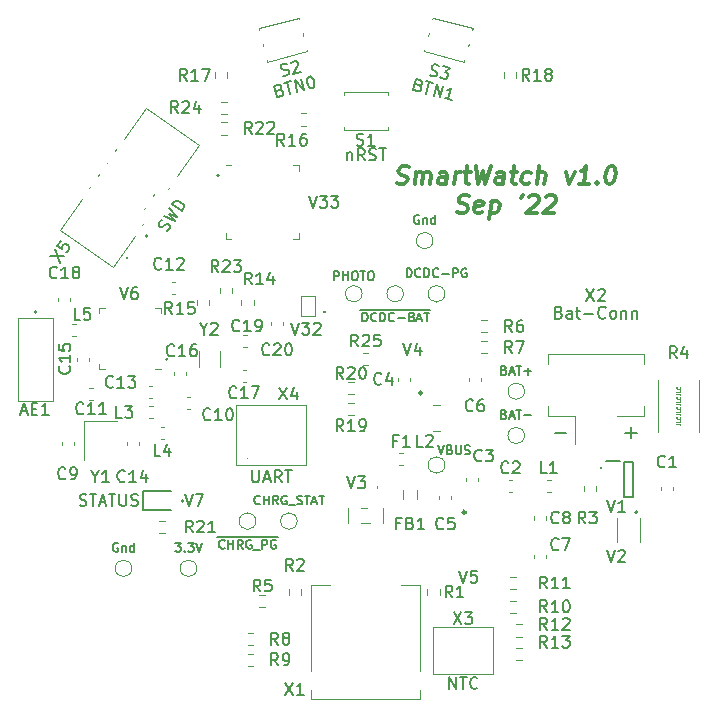
<source format=gbr>
%TF.GenerationSoftware,KiCad,Pcbnew,6.0.7+dfsg-1~bpo11+1*%
%TF.CreationDate,2022-09-09T13:16:43+02:00*%
%TF.ProjectId,pcb,7063622e-6b69-4636-9164-5f7063625858,0.1*%
%TF.SameCoordinates,Original*%
%TF.FileFunction,Legend,Top*%
%TF.FilePolarity,Positive*%
%FSLAX46Y46*%
G04 Gerber Fmt 4.6, Leading zero omitted, Abs format (unit mm)*
G04 Created by KiCad (PCBNEW 6.0.7+dfsg-1~bpo11+1) date 2022-09-09 13:16:43*
%MOMM*%
%LPD*%
G01*
G04 APERTURE LIST*
%ADD10C,0.150000*%
%ADD11C,0.062500*%
%ADD12C,0.300000*%
%ADD13C,0.120000*%
%ADD14C,0.200000*%
%ADD15C,0.250000*%
%ADD16C,0.100000*%
%ADD17C,0.160000*%
G04 APERTURE END LIST*
D10*
X172000000Y-106250000D02*
X173000000Y-106250000D01*
X170000001Y-109250000D02*
G75*
G03*
X170000001Y-109250000I-70711J0D01*
G01*
X166000000Y-106250000D02*
X167000000Y-106250000D01*
X137570711Y-84500000D02*
G75*
G03*
X137570711Y-84500000I-70711J0D01*
G01*
X133241421Y-100050000D02*
G75*
G03*
X133241421Y-100050000I-70711J0D01*
G01*
X134570711Y-112029290D02*
G75*
G03*
X134570711Y-112029290I-70711J0D01*
G01*
X131520711Y-89600000D02*
G75*
G03*
X131520711Y-89600000I-70711J0D01*
G01*
X172500000Y-106750000D02*
X172500000Y-105750000D01*
D11*
X176319285Y-105524285D02*
X176555000Y-105524285D01*
X176602142Y-105540000D01*
X176633571Y-105571428D01*
X176649285Y-105618571D01*
X176649285Y-105650000D01*
X176649285Y-105210000D02*
X176649285Y-105367142D01*
X176319285Y-105367142D01*
X176617857Y-104911428D02*
X176633571Y-104927142D01*
X176649285Y-104974285D01*
X176649285Y-105005714D01*
X176633571Y-105052857D01*
X176602142Y-105084285D01*
X176570714Y-105100000D01*
X176507857Y-105115714D01*
X176460714Y-105115714D01*
X176397857Y-105100000D01*
X176366428Y-105084285D01*
X176335000Y-105052857D01*
X176319285Y-105005714D01*
X176319285Y-104974285D01*
X176335000Y-104927142D01*
X176350714Y-104911428D01*
X176319285Y-104675714D02*
X176555000Y-104675714D01*
X176602142Y-104691428D01*
X176633571Y-104722857D01*
X176649285Y-104770000D01*
X176649285Y-104801428D01*
X176649285Y-104361428D02*
X176649285Y-104518571D01*
X176319285Y-104518571D01*
X176617857Y-104062857D02*
X176633571Y-104078571D01*
X176649285Y-104125714D01*
X176649285Y-104157142D01*
X176633571Y-104204285D01*
X176602142Y-104235714D01*
X176570714Y-104251428D01*
X176507857Y-104267142D01*
X176460714Y-104267142D01*
X176397857Y-104251428D01*
X176366428Y-104235714D01*
X176335000Y-104204285D01*
X176319285Y-104157142D01*
X176319285Y-104125714D01*
X176335000Y-104078571D01*
X176350714Y-104062857D01*
X176319285Y-103827142D02*
X176555000Y-103827142D01*
X176602142Y-103842857D01*
X176633571Y-103874285D01*
X176649285Y-103921428D01*
X176649285Y-103952857D01*
X176649285Y-103512857D02*
X176649285Y-103670000D01*
X176319285Y-103670000D01*
X176617857Y-103214285D02*
X176633571Y-103230000D01*
X176649285Y-103277142D01*
X176649285Y-103308571D01*
X176633571Y-103355714D01*
X176602142Y-103387142D01*
X176570714Y-103402857D01*
X176507857Y-103418571D01*
X176460714Y-103418571D01*
X176397857Y-103402857D01*
X176366428Y-103387142D01*
X176335000Y-103355714D01*
X176319285Y-103308571D01*
X176319285Y-103277142D01*
X176335000Y-103230000D01*
X176350714Y-103214285D01*
X176319285Y-102978571D02*
X176555000Y-102978571D01*
X176602142Y-102994285D01*
X176633571Y-103025714D01*
X176649285Y-103072857D01*
X176649285Y-103104285D01*
X176649285Y-102664285D02*
X176649285Y-102821428D01*
X176319285Y-102821428D01*
X176617857Y-102365714D02*
X176633571Y-102381428D01*
X176649285Y-102428571D01*
X176649285Y-102460000D01*
X176633571Y-102507142D01*
X176602142Y-102538571D01*
X176570714Y-102554285D01*
X176507857Y-102570000D01*
X176460714Y-102570000D01*
X176397857Y-102554285D01*
X176366428Y-102538571D01*
X176335000Y-102507142D01*
X176319285Y-102460000D01*
X176319285Y-102428571D01*
X176335000Y-102381428D01*
X176350714Y-102365714D01*
D12*
X152652633Y-85149642D02*
X152857991Y-85221071D01*
X153215133Y-85221071D01*
X153366919Y-85149642D01*
X153447276Y-85078214D01*
X153536562Y-84935357D01*
X153554419Y-84792500D01*
X153500848Y-84649642D01*
X153438348Y-84578214D01*
X153304419Y-84506785D01*
X153027633Y-84435357D01*
X152893705Y-84363928D01*
X152831205Y-84292500D01*
X152777633Y-84149642D01*
X152795491Y-84006785D01*
X152884776Y-83863928D01*
X152965133Y-83792500D01*
X153116919Y-83721071D01*
X153474062Y-83721071D01*
X153679419Y-83792500D01*
X154143705Y-85221071D02*
X154268705Y-84221071D01*
X154250848Y-84363928D02*
X154331205Y-84292500D01*
X154482991Y-84221071D01*
X154697276Y-84221071D01*
X154831205Y-84292500D01*
X154884776Y-84435357D01*
X154786562Y-85221071D01*
X154884776Y-84435357D02*
X154974062Y-84292500D01*
X155125848Y-84221071D01*
X155340133Y-84221071D01*
X155474062Y-84292500D01*
X155527633Y-84435357D01*
X155429419Y-85221071D01*
X156786562Y-85221071D02*
X156884776Y-84435357D01*
X156831205Y-84292500D01*
X156697276Y-84221071D01*
X156411562Y-84221071D01*
X156259776Y-84292500D01*
X156795491Y-85149642D02*
X156643705Y-85221071D01*
X156286562Y-85221071D01*
X156152633Y-85149642D01*
X156099062Y-85006785D01*
X156116919Y-84863928D01*
X156206205Y-84721071D01*
X156357991Y-84649642D01*
X156715133Y-84649642D01*
X156866919Y-84578214D01*
X157500848Y-85221071D02*
X157625848Y-84221071D01*
X157590133Y-84506785D02*
X157679419Y-84363928D01*
X157759776Y-84292500D01*
X157911562Y-84221071D01*
X158054419Y-84221071D01*
X158340133Y-84221071D02*
X158911562Y-84221071D01*
X158616919Y-83721071D02*
X158456205Y-85006785D01*
X158509776Y-85149642D01*
X158643705Y-85221071D01*
X158786562Y-85221071D01*
X159331205Y-83721071D02*
X159500848Y-85221071D01*
X159920491Y-84149642D01*
X160072276Y-85221071D01*
X160616919Y-83721071D01*
X161643705Y-85221071D02*
X161741919Y-84435357D01*
X161688348Y-84292500D01*
X161554419Y-84221071D01*
X161268705Y-84221071D01*
X161116919Y-84292500D01*
X161652633Y-85149642D02*
X161500848Y-85221071D01*
X161143705Y-85221071D01*
X161009776Y-85149642D01*
X160956205Y-85006785D01*
X160974062Y-84863928D01*
X161063348Y-84721071D01*
X161215133Y-84649642D01*
X161572276Y-84649642D01*
X161724062Y-84578214D01*
X162268705Y-84221071D02*
X162840133Y-84221071D01*
X162545491Y-83721071D02*
X162384776Y-85006785D01*
X162438348Y-85149642D01*
X162572276Y-85221071D01*
X162715133Y-85221071D01*
X163866919Y-85149642D02*
X163715133Y-85221071D01*
X163429419Y-85221071D01*
X163295491Y-85149642D01*
X163232991Y-85078214D01*
X163179419Y-84935357D01*
X163232991Y-84506785D01*
X163322276Y-84363928D01*
X163402633Y-84292500D01*
X163554419Y-84221071D01*
X163840133Y-84221071D01*
X163974062Y-84292500D01*
X164500848Y-85221071D02*
X164688348Y-83721071D01*
X165143705Y-85221071D02*
X165241919Y-84435357D01*
X165188348Y-84292500D01*
X165054419Y-84221071D01*
X164840133Y-84221071D01*
X164688348Y-84292500D01*
X164607991Y-84363928D01*
X166982991Y-84221071D02*
X167215133Y-85221071D01*
X167697276Y-84221071D01*
X168929419Y-85221071D02*
X168072276Y-85221071D01*
X168500848Y-85221071D02*
X168688348Y-83721071D01*
X168518705Y-83935357D01*
X168357991Y-84078214D01*
X168206205Y-84149642D01*
X169590133Y-85078214D02*
X169652633Y-85149642D01*
X169572276Y-85221071D01*
X169509776Y-85149642D01*
X169590133Y-85078214D01*
X169572276Y-85221071D01*
X170759776Y-83721071D02*
X170902633Y-83721071D01*
X171036562Y-83792500D01*
X171099062Y-83863928D01*
X171152633Y-84006785D01*
X171188348Y-84292500D01*
X171143705Y-84649642D01*
X171036562Y-84935357D01*
X170947276Y-85078214D01*
X170866919Y-85149642D01*
X170715133Y-85221071D01*
X170572276Y-85221071D01*
X170438348Y-85149642D01*
X170375848Y-85078214D01*
X170322276Y-84935357D01*
X170286562Y-84649642D01*
X170331205Y-84292500D01*
X170438348Y-84006785D01*
X170527633Y-83863928D01*
X170607991Y-83792500D01*
X170759776Y-83721071D01*
X157759776Y-87564642D02*
X157965133Y-87636071D01*
X158322276Y-87636071D01*
X158474062Y-87564642D01*
X158554419Y-87493214D01*
X158643705Y-87350357D01*
X158661562Y-87207500D01*
X158607991Y-87064642D01*
X158545491Y-86993214D01*
X158411562Y-86921785D01*
X158134776Y-86850357D01*
X158000848Y-86778928D01*
X157938348Y-86707500D01*
X157884776Y-86564642D01*
X157902633Y-86421785D01*
X157991919Y-86278928D01*
X158072276Y-86207500D01*
X158224062Y-86136071D01*
X158581205Y-86136071D01*
X158786562Y-86207500D01*
X159831205Y-87564642D02*
X159679419Y-87636071D01*
X159393705Y-87636071D01*
X159259776Y-87564642D01*
X159206205Y-87421785D01*
X159277633Y-86850357D01*
X159366919Y-86707500D01*
X159518705Y-86636071D01*
X159804419Y-86636071D01*
X159938348Y-86707500D01*
X159991919Y-86850357D01*
X159974062Y-86993214D01*
X159241919Y-87136071D01*
X160661562Y-86636071D02*
X160474062Y-88136071D01*
X160652633Y-86707500D02*
X160804419Y-86636071D01*
X161090133Y-86636071D01*
X161224062Y-86707500D01*
X161286562Y-86778928D01*
X161340133Y-86921785D01*
X161286562Y-87350357D01*
X161197276Y-87493214D01*
X161116919Y-87564642D01*
X160965133Y-87636071D01*
X160679419Y-87636071D01*
X160545491Y-87564642D01*
X163295491Y-86136071D02*
X163116919Y-86421785D01*
X163849062Y-86278928D02*
X163929419Y-86207500D01*
X164081205Y-86136071D01*
X164438348Y-86136071D01*
X164572276Y-86207500D01*
X164634776Y-86278928D01*
X164688348Y-86421785D01*
X164670491Y-86564642D01*
X164572276Y-86778928D01*
X163607991Y-87636071D01*
X164536562Y-87636071D01*
X165277633Y-86278928D02*
X165357991Y-86207500D01*
X165509776Y-86136071D01*
X165866919Y-86136071D01*
X166000848Y-86207500D01*
X166063348Y-86278928D01*
X166116919Y-86421785D01*
X166099062Y-86564642D01*
X166000848Y-86778928D01*
X165036562Y-87636071D01*
X165965133Y-87636071D01*
D10*
X125773809Y-112404761D02*
X125916666Y-112452380D01*
X126154761Y-112452380D01*
X126250000Y-112404761D01*
X126297619Y-112357142D01*
X126345238Y-112261904D01*
X126345238Y-112166666D01*
X126297619Y-112071428D01*
X126250000Y-112023809D01*
X126154761Y-111976190D01*
X125964285Y-111928571D01*
X125869047Y-111880952D01*
X125821428Y-111833333D01*
X125773809Y-111738095D01*
X125773809Y-111642857D01*
X125821428Y-111547619D01*
X125869047Y-111500000D01*
X125964285Y-111452380D01*
X126202380Y-111452380D01*
X126345238Y-111500000D01*
X126630952Y-111452380D02*
X127202380Y-111452380D01*
X126916666Y-112452380D02*
X126916666Y-111452380D01*
X127488095Y-112166666D02*
X127964285Y-112166666D01*
X127392857Y-112452380D02*
X127726190Y-111452380D01*
X128059523Y-112452380D01*
X128250000Y-111452380D02*
X128821428Y-111452380D01*
X128535714Y-112452380D02*
X128535714Y-111452380D01*
X129154761Y-111452380D02*
X129154761Y-112261904D01*
X129202380Y-112357142D01*
X129250000Y-112404761D01*
X129345238Y-112452380D01*
X129535714Y-112452380D01*
X129630952Y-112404761D01*
X129678571Y-112357142D01*
X129726190Y-112261904D01*
X129726190Y-111452380D01*
X130154761Y-112404761D02*
X130297619Y-112452380D01*
X130535714Y-112452380D01*
X130630952Y-112404761D01*
X130678571Y-112357142D01*
X130726190Y-112261904D01*
X130726190Y-112166666D01*
X130678571Y-112071428D01*
X130630952Y-112023809D01*
X130535714Y-111976190D01*
X130345238Y-111928571D01*
X130250000Y-111880952D01*
X130202380Y-111833333D01*
X130154761Y-111738095D01*
X130154761Y-111642857D01*
X130202380Y-111547619D01*
X130250000Y-111500000D01*
X130345238Y-111452380D01*
X130583333Y-111452380D01*
X130726190Y-111500000D01*
%TO.C,X1*%
X143190476Y-127452380D02*
X143857142Y-128452380D01*
X143857142Y-127452380D02*
X143190476Y-128452380D01*
X144761904Y-128452380D02*
X144190476Y-128452380D01*
X144476190Y-128452380D02*
X144476190Y-127452380D01*
X144380952Y-127595238D01*
X144285714Y-127690476D01*
X144190476Y-127738095D01*
%TO.C,X5*%
X123293092Y-91281021D02*
X124494629Y-91308496D01*
X123675477Y-90734920D02*
X124112245Y-91854598D01*
X124167114Y-90032790D02*
X123893982Y-90422862D01*
X124256741Y-90735001D01*
X124245047Y-90668680D01*
X124260666Y-90563353D01*
X124397232Y-90368317D01*
X124490866Y-90317615D01*
X124557186Y-90305921D01*
X124662514Y-90321540D01*
X124857550Y-90458106D01*
X124908251Y-90551740D01*
X124919945Y-90618060D01*
X124904326Y-90723388D01*
X124767760Y-90918424D01*
X124674127Y-90969125D01*
X124607806Y-90980819D01*
X133157136Y-89227868D02*
X133278083Y-89138159D01*
X133414648Y-88943123D01*
X133430268Y-88837795D01*
X133418573Y-88771475D01*
X133367872Y-88677841D01*
X133289858Y-88623215D01*
X133184530Y-88607596D01*
X133118210Y-88619290D01*
X133024576Y-88669991D01*
X132876316Y-88798707D01*
X132782683Y-88849408D01*
X132716362Y-88861103D01*
X132611035Y-88845483D01*
X132533020Y-88790857D01*
X132482319Y-88697224D01*
X132470625Y-88630903D01*
X132486244Y-88525576D01*
X132622810Y-88330539D01*
X132743756Y-88240831D01*
X132895941Y-87940467D02*
X133851659Y-88319007D01*
X133375803Y-87753281D01*
X134070164Y-88006949D01*
X133387578Y-87238337D01*
X134425235Y-87499855D02*
X133606083Y-86926279D01*
X133742649Y-86731242D01*
X133863596Y-86641534D01*
X133996237Y-86618146D01*
X134101564Y-86633765D01*
X134284907Y-86704010D01*
X134401928Y-86785950D01*
X134530644Y-86934210D01*
X134581345Y-87027843D01*
X134604734Y-87160484D01*
X134561801Y-87304819D01*
X134425235Y-87499855D01*
%TO.C,V7*%
X134690476Y-111452380D02*
X135023809Y-112452380D01*
X135357142Y-111452380D01*
X135595238Y-111452380D02*
X136261904Y-111452380D01*
X135833333Y-112452380D01*
%TO.C,Y2*%
X136273809Y-97476190D02*
X136273809Y-97952380D01*
X135940476Y-96952380D02*
X136273809Y-97476190D01*
X136607142Y-96952380D01*
X136892857Y-97047619D02*
X136940476Y-97000000D01*
X137035714Y-96952380D01*
X137273809Y-96952380D01*
X137369047Y-97000000D01*
X137416666Y-97047619D01*
X137464285Y-97142857D01*
X137464285Y-97238095D01*
X137416666Y-97380952D01*
X136845238Y-97952380D01*
X137464285Y-97952380D01*
%TO.C,V5*%
X157940476Y-117952380D02*
X158273809Y-118952380D01*
X158607142Y-117952380D01*
X159416666Y-117952380D02*
X158940476Y-117952380D01*
X158892857Y-118428571D01*
X158940476Y-118380952D01*
X159035714Y-118333333D01*
X159273809Y-118333333D01*
X159369047Y-118380952D01*
X159416666Y-118428571D01*
X159464285Y-118523809D01*
X159464285Y-118761904D01*
X159416666Y-118857142D01*
X159369047Y-118904761D01*
X159273809Y-118952380D01*
X159035714Y-118952380D01*
X158940476Y-118904761D01*
X158892857Y-118857142D01*
%TO.C,C10*%
X136857142Y-105107142D02*
X136809523Y-105154761D01*
X136666666Y-105202380D01*
X136571428Y-105202380D01*
X136428571Y-105154761D01*
X136333333Y-105059523D01*
X136285714Y-104964285D01*
X136238095Y-104773809D01*
X136238095Y-104630952D01*
X136285714Y-104440476D01*
X136333333Y-104345238D01*
X136428571Y-104250000D01*
X136571428Y-104202380D01*
X136666666Y-104202380D01*
X136809523Y-104250000D01*
X136857142Y-104297619D01*
X137809523Y-105202380D02*
X137238095Y-105202380D01*
X137523809Y-105202380D02*
X137523809Y-104202380D01*
X137428571Y-104345238D01*
X137333333Y-104440476D01*
X137238095Y-104488095D01*
X138428571Y-104202380D02*
X138523809Y-104202380D01*
X138619047Y-104250000D01*
X138666666Y-104297619D01*
X138714285Y-104392857D01*
X138761904Y-104583333D01*
X138761904Y-104821428D01*
X138714285Y-105011904D01*
X138666666Y-105107142D01*
X138619047Y-105154761D01*
X138523809Y-105202380D01*
X138428571Y-105202380D01*
X138333333Y-105154761D01*
X138285714Y-105107142D01*
X138238095Y-105011904D01*
X138190476Y-104821428D01*
X138190476Y-104583333D01*
X138238095Y-104392857D01*
X138285714Y-104297619D01*
X138333333Y-104250000D01*
X138428571Y-104202380D01*
%TO.C,TP2*%
X154517857Y-87875000D02*
X154446428Y-87839285D01*
X154339285Y-87839285D01*
X154232142Y-87875000D01*
X154160714Y-87946428D01*
X154125000Y-88017857D01*
X154089285Y-88160714D01*
X154089285Y-88267857D01*
X154125000Y-88410714D01*
X154160714Y-88482142D01*
X154232142Y-88553571D01*
X154339285Y-88589285D01*
X154410714Y-88589285D01*
X154517857Y-88553571D01*
X154553571Y-88517857D01*
X154553571Y-88267857D01*
X154410714Y-88267857D01*
X154875000Y-88089285D02*
X154875000Y-88589285D01*
X154875000Y-88160714D02*
X154910714Y-88125000D01*
X154982142Y-88089285D01*
X155089285Y-88089285D01*
X155160714Y-88125000D01*
X155196428Y-88196428D01*
X155196428Y-88589285D01*
X155875000Y-88589285D02*
X155875000Y-87839285D01*
X155875000Y-88553571D02*
X155803571Y-88589285D01*
X155660714Y-88589285D01*
X155589285Y-88553571D01*
X155553571Y-88517857D01*
X155517857Y-88446428D01*
X155517857Y-88232142D01*
X155553571Y-88160714D01*
X155589285Y-88125000D01*
X155660714Y-88089285D01*
X155803571Y-88089285D01*
X155875000Y-88125000D01*
%TO.C,X2*%
X168690476Y-94102380D02*
X169357142Y-95102380D01*
X169357142Y-94102380D02*
X168690476Y-95102380D01*
X169690476Y-94197619D02*
X169738095Y-94150000D01*
X169833333Y-94102380D01*
X170071428Y-94102380D01*
X170166666Y-94150000D01*
X170214285Y-94197619D01*
X170261904Y-94292857D01*
X170261904Y-94388095D01*
X170214285Y-94530952D01*
X169642857Y-95102380D01*
X170261904Y-95102380D01*
X166357142Y-96078571D02*
X166500000Y-96126190D01*
X166547619Y-96173809D01*
X166595238Y-96269047D01*
X166595238Y-96411904D01*
X166547619Y-96507142D01*
X166500000Y-96554761D01*
X166404761Y-96602380D01*
X166023809Y-96602380D01*
X166023809Y-95602380D01*
X166357142Y-95602380D01*
X166452380Y-95650000D01*
X166500000Y-95697619D01*
X166547619Y-95792857D01*
X166547619Y-95888095D01*
X166500000Y-95983333D01*
X166452380Y-96030952D01*
X166357142Y-96078571D01*
X166023809Y-96078571D01*
X167452380Y-96602380D02*
X167452380Y-96078571D01*
X167404761Y-95983333D01*
X167309523Y-95935714D01*
X167119047Y-95935714D01*
X167023809Y-95983333D01*
X167452380Y-96554761D02*
X167357142Y-96602380D01*
X167119047Y-96602380D01*
X167023809Y-96554761D01*
X166976190Y-96459523D01*
X166976190Y-96364285D01*
X167023809Y-96269047D01*
X167119047Y-96221428D01*
X167357142Y-96221428D01*
X167452380Y-96173809D01*
X167785714Y-95935714D02*
X168166666Y-95935714D01*
X167928571Y-95602380D02*
X167928571Y-96459523D01*
X167976190Y-96554761D01*
X168071428Y-96602380D01*
X168166666Y-96602380D01*
X168500000Y-96221428D02*
X169261904Y-96221428D01*
X170309523Y-96507142D02*
X170261904Y-96554761D01*
X170119047Y-96602380D01*
X170023809Y-96602380D01*
X169880952Y-96554761D01*
X169785714Y-96459523D01*
X169738095Y-96364285D01*
X169690476Y-96173809D01*
X169690476Y-96030952D01*
X169738095Y-95840476D01*
X169785714Y-95745238D01*
X169880952Y-95650000D01*
X170023809Y-95602380D01*
X170119047Y-95602380D01*
X170261904Y-95650000D01*
X170309523Y-95697619D01*
X170880952Y-96602380D02*
X170785714Y-96554761D01*
X170738095Y-96507142D01*
X170690476Y-96411904D01*
X170690476Y-96126190D01*
X170738095Y-96030952D01*
X170785714Y-95983333D01*
X170880952Y-95935714D01*
X171023809Y-95935714D01*
X171119047Y-95983333D01*
X171166666Y-96030952D01*
X171214285Y-96126190D01*
X171214285Y-96411904D01*
X171166666Y-96507142D01*
X171119047Y-96554761D01*
X171023809Y-96602380D01*
X170880952Y-96602380D01*
X171642857Y-95935714D02*
X171642857Y-96602380D01*
X171642857Y-96030952D02*
X171690476Y-95983333D01*
X171785714Y-95935714D01*
X171928571Y-95935714D01*
X172023809Y-95983333D01*
X172071428Y-96078571D01*
X172071428Y-96602380D01*
X172547619Y-95935714D02*
X172547619Y-96602380D01*
X172547619Y-96030952D02*
X172595238Y-95983333D01*
X172690476Y-95935714D01*
X172833333Y-95935714D01*
X172928571Y-95983333D01*
X172976190Y-96078571D01*
X172976190Y-96602380D01*
%TO.C,R25*%
X149357142Y-98952380D02*
X149023809Y-98476190D01*
X148785714Y-98952380D02*
X148785714Y-97952380D01*
X149166666Y-97952380D01*
X149261904Y-98000000D01*
X149309523Y-98047619D01*
X149357142Y-98142857D01*
X149357142Y-98285714D01*
X149309523Y-98380952D01*
X149261904Y-98428571D01*
X149166666Y-98476190D01*
X148785714Y-98476190D01*
X149738095Y-98047619D02*
X149785714Y-98000000D01*
X149880952Y-97952380D01*
X150119047Y-97952380D01*
X150214285Y-98000000D01*
X150261904Y-98047619D01*
X150309523Y-98142857D01*
X150309523Y-98238095D01*
X150261904Y-98380952D01*
X149690476Y-98952380D01*
X150309523Y-98952380D01*
X151214285Y-97952380D02*
X150738095Y-97952380D01*
X150690476Y-98428571D01*
X150738095Y-98380952D01*
X150833333Y-98333333D01*
X151071428Y-98333333D01*
X151166666Y-98380952D01*
X151214285Y-98428571D01*
X151261904Y-98523809D01*
X151261904Y-98761904D01*
X151214285Y-98857142D01*
X151166666Y-98904761D01*
X151071428Y-98952380D01*
X150833333Y-98952380D01*
X150738095Y-98904761D01*
X150690476Y-98857142D01*
%TO.C,V32*%
X143714285Y-96952380D02*
X144047619Y-97952380D01*
X144380952Y-96952380D01*
X144619047Y-96952380D02*
X145238095Y-96952380D01*
X144904761Y-97333333D01*
X145047619Y-97333333D01*
X145142857Y-97380952D01*
X145190476Y-97428571D01*
X145238095Y-97523809D01*
X145238095Y-97761904D01*
X145190476Y-97857142D01*
X145142857Y-97904761D01*
X145047619Y-97952380D01*
X144761904Y-97952380D01*
X144666666Y-97904761D01*
X144619047Y-97857142D01*
X145619047Y-97047619D02*
X145666666Y-97000000D01*
X145761904Y-96952380D01*
X146000000Y-96952380D01*
X146095238Y-97000000D01*
X146142857Y-97047619D01*
X146190476Y-97142857D01*
X146190476Y-97238095D01*
X146142857Y-97380952D01*
X145571428Y-97952380D01*
X146190476Y-97952380D01*
%TO.C,C5*%
X156583333Y-114357142D02*
X156535714Y-114404761D01*
X156392857Y-114452380D01*
X156297619Y-114452380D01*
X156154761Y-114404761D01*
X156059523Y-114309523D01*
X156011904Y-114214285D01*
X155964285Y-114023809D01*
X155964285Y-113880952D01*
X156011904Y-113690476D01*
X156059523Y-113595238D01*
X156154761Y-113500000D01*
X156297619Y-113452380D01*
X156392857Y-113452380D01*
X156535714Y-113500000D01*
X156583333Y-113547619D01*
X157488095Y-113452380D02*
X157011904Y-113452380D01*
X156964285Y-113928571D01*
X157011904Y-113880952D01*
X157107142Y-113833333D01*
X157345238Y-113833333D01*
X157440476Y-113880952D01*
X157488095Y-113928571D01*
X157535714Y-114023809D01*
X157535714Y-114261904D01*
X157488095Y-114357142D01*
X157440476Y-114404761D01*
X157345238Y-114452380D01*
X157107142Y-114452380D01*
X157011904Y-114404761D01*
X156964285Y-114357142D01*
%TO.C,R23*%
X137533142Y-92654380D02*
X137199809Y-92178190D01*
X136961714Y-92654380D02*
X136961714Y-91654380D01*
X137342666Y-91654380D01*
X137437904Y-91702000D01*
X137485523Y-91749619D01*
X137533142Y-91844857D01*
X137533142Y-91987714D01*
X137485523Y-92082952D01*
X137437904Y-92130571D01*
X137342666Y-92178190D01*
X136961714Y-92178190D01*
X137914095Y-91749619D02*
X137961714Y-91702000D01*
X138056952Y-91654380D01*
X138295047Y-91654380D01*
X138390285Y-91702000D01*
X138437904Y-91749619D01*
X138485523Y-91844857D01*
X138485523Y-91940095D01*
X138437904Y-92082952D01*
X137866476Y-92654380D01*
X138485523Y-92654380D01*
X138818857Y-91654380D02*
X139437904Y-91654380D01*
X139104571Y-92035333D01*
X139247428Y-92035333D01*
X139342666Y-92082952D01*
X139390285Y-92130571D01*
X139437904Y-92225809D01*
X139437904Y-92463904D01*
X139390285Y-92559142D01*
X139342666Y-92606761D01*
X139247428Y-92654380D01*
X138961714Y-92654380D01*
X138866476Y-92606761D01*
X138818857Y-92559142D01*
%TO.C,R7*%
X162393333Y-99512380D02*
X162060000Y-99036190D01*
X161821904Y-99512380D02*
X161821904Y-98512380D01*
X162202857Y-98512380D01*
X162298095Y-98560000D01*
X162345714Y-98607619D01*
X162393333Y-98702857D01*
X162393333Y-98845714D01*
X162345714Y-98940952D01*
X162298095Y-98988571D01*
X162202857Y-99036190D01*
X161821904Y-99036190D01*
X162726666Y-98512380D02*
X163393333Y-98512380D01*
X162964761Y-99512380D01*
%TO.C,TP10*%
X137446428Y-115127500D02*
X138196428Y-115127500D01*
X138053571Y-116017857D02*
X138017857Y-116053571D01*
X137910714Y-116089285D01*
X137839285Y-116089285D01*
X137732142Y-116053571D01*
X137660714Y-115982142D01*
X137625000Y-115910714D01*
X137589285Y-115767857D01*
X137589285Y-115660714D01*
X137625000Y-115517857D01*
X137660714Y-115446428D01*
X137732142Y-115375000D01*
X137839285Y-115339285D01*
X137910714Y-115339285D01*
X138017857Y-115375000D01*
X138053571Y-115410714D01*
X138196428Y-115127500D02*
X138982142Y-115127500D01*
X138375000Y-116089285D02*
X138375000Y-115339285D01*
X138375000Y-115696428D02*
X138803571Y-115696428D01*
X138803571Y-116089285D02*
X138803571Y-115339285D01*
X138982142Y-115127500D02*
X139732142Y-115127500D01*
X139589285Y-116089285D02*
X139339285Y-115732142D01*
X139160714Y-116089285D02*
X139160714Y-115339285D01*
X139446428Y-115339285D01*
X139517857Y-115375000D01*
X139553571Y-115410714D01*
X139589285Y-115482142D01*
X139589285Y-115589285D01*
X139553571Y-115660714D01*
X139517857Y-115696428D01*
X139446428Y-115732142D01*
X139160714Y-115732142D01*
X139732142Y-115127500D02*
X140482142Y-115127500D01*
X140303571Y-115375000D02*
X140232142Y-115339285D01*
X140125000Y-115339285D01*
X140017857Y-115375000D01*
X139946428Y-115446428D01*
X139910714Y-115517857D01*
X139875000Y-115660714D01*
X139875000Y-115767857D01*
X139910714Y-115910714D01*
X139946428Y-115982142D01*
X140017857Y-116053571D01*
X140125000Y-116089285D01*
X140196428Y-116089285D01*
X140303571Y-116053571D01*
X140339285Y-116017857D01*
X140339285Y-115767857D01*
X140196428Y-115767857D01*
X140482142Y-115127500D02*
X141053571Y-115127500D01*
X140482142Y-116160714D02*
X141053571Y-116160714D01*
X141053571Y-115127500D02*
X141803571Y-115127500D01*
X141232142Y-116089285D02*
X141232142Y-115339285D01*
X141517857Y-115339285D01*
X141589285Y-115375000D01*
X141625000Y-115410714D01*
X141660714Y-115482142D01*
X141660714Y-115589285D01*
X141625000Y-115660714D01*
X141589285Y-115696428D01*
X141517857Y-115732142D01*
X141232142Y-115732142D01*
X141803571Y-115127500D02*
X142553571Y-115127500D01*
X142375000Y-115375000D02*
X142303571Y-115339285D01*
X142196428Y-115339285D01*
X142089285Y-115375000D01*
X142017857Y-115446428D01*
X141982142Y-115517857D01*
X141946428Y-115660714D01*
X141946428Y-115767857D01*
X141982142Y-115910714D01*
X142017857Y-115982142D01*
X142089285Y-116053571D01*
X142196428Y-116089285D01*
X142267857Y-116089285D01*
X142375000Y-116053571D01*
X142410714Y-116017857D01*
X142410714Y-115767857D01*
X142267857Y-115767857D01*
%TO.C,C20*%
X141857142Y-99607142D02*
X141809523Y-99654761D01*
X141666666Y-99702380D01*
X141571428Y-99702380D01*
X141428571Y-99654761D01*
X141333333Y-99559523D01*
X141285714Y-99464285D01*
X141238095Y-99273809D01*
X141238095Y-99130952D01*
X141285714Y-98940476D01*
X141333333Y-98845238D01*
X141428571Y-98750000D01*
X141571428Y-98702380D01*
X141666666Y-98702380D01*
X141809523Y-98750000D01*
X141857142Y-98797619D01*
X142238095Y-98797619D02*
X142285714Y-98750000D01*
X142380952Y-98702380D01*
X142619047Y-98702380D01*
X142714285Y-98750000D01*
X142761904Y-98797619D01*
X142809523Y-98892857D01*
X142809523Y-98988095D01*
X142761904Y-99130952D01*
X142190476Y-99702380D01*
X142809523Y-99702380D01*
X143428571Y-98702380D02*
X143523809Y-98702380D01*
X143619047Y-98750000D01*
X143666666Y-98797619D01*
X143714285Y-98892857D01*
X143761904Y-99083333D01*
X143761904Y-99321428D01*
X143714285Y-99511904D01*
X143666666Y-99607142D01*
X143619047Y-99654761D01*
X143523809Y-99702380D01*
X143428571Y-99702380D01*
X143333333Y-99654761D01*
X143285714Y-99607142D01*
X143238095Y-99511904D01*
X143190476Y-99321428D01*
X143190476Y-99083333D01*
X143238095Y-98892857D01*
X143285714Y-98797619D01*
X143333333Y-98750000D01*
X143428571Y-98702380D01*
%TO.C,R18*%
X163857142Y-76452380D02*
X163523809Y-75976190D01*
X163285714Y-76452380D02*
X163285714Y-75452380D01*
X163666666Y-75452380D01*
X163761904Y-75500000D01*
X163809523Y-75547619D01*
X163857142Y-75642857D01*
X163857142Y-75785714D01*
X163809523Y-75880952D01*
X163761904Y-75928571D01*
X163666666Y-75976190D01*
X163285714Y-75976190D01*
X164809523Y-76452380D02*
X164238095Y-76452380D01*
X164523809Y-76452380D02*
X164523809Y-75452380D01*
X164428571Y-75595238D01*
X164333333Y-75690476D01*
X164238095Y-75738095D01*
X165380952Y-75880952D02*
X165285714Y-75833333D01*
X165238095Y-75785714D01*
X165190476Y-75690476D01*
X165190476Y-75642857D01*
X165238095Y-75547619D01*
X165285714Y-75500000D01*
X165380952Y-75452380D01*
X165571428Y-75452380D01*
X165666666Y-75500000D01*
X165714285Y-75547619D01*
X165761904Y-75642857D01*
X165761904Y-75690476D01*
X165714285Y-75785714D01*
X165666666Y-75833333D01*
X165571428Y-75880952D01*
X165380952Y-75880952D01*
X165285714Y-75928571D01*
X165238095Y-75976190D01*
X165190476Y-76071428D01*
X165190476Y-76261904D01*
X165238095Y-76357142D01*
X165285714Y-76404761D01*
X165380952Y-76452380D01*
X165571428Y-76452380D01*
X165666666Y-76404761D01*
X165714285Y-76357142D01*
X165761904Y-76261904D01*
X165761904Y-76071428D01*
X165714285Y-75976190D01*
X165666666Y-75928571D01*
X165571428Y-75880952D01*
%TO.C,R1*%
X157333333Y-120202380D02*
X157000000Y-119726190D01*
X156761904Y-120202380D02*
X156761904Y-119202380D01*
X157142857Y-119202380D01*
X157238095Y-119250000D01*
X157285714Y-119297619D01*
X157333333Y-119392857D01*
X157333333Y-119535714D01*
X157285714Y-119630952D01*
X157238095Y-119678571D01*
X157142857Y-119726190D01*
X156761904Y-119726190D01*
X158285714Y-120202380D02*
X157714285Y-120202380D01*
X158000000Y-120202380D02*
X158000000Y-119202380D01*
X157904761Y-119345238D01*
X157809523Y-119440476D01*
X157714285Y-119488095D01*
%TO.C,S3*%
X155411019Y-75951103D02*
X155537403Y-76032974D01*
X155767914Y-76092588D01*
X155872042Y-76070332D01*
X155930067Y-76036152D01*
X156000015Y-75955871D01*
X156023860Y-75863666D01*
X156001604Y-75759539D01*
X155967424Y-75701513D01*
X155887143Y-75631566D01*
X155714657Y-75537772D01*
X155634375Y-75467824D01*
X155600195Y-75409799D01*
X155577939Y-75305671D01*
X155601785Y-75213467D01*
X155671733Y-75133185D01*
X155729758Y-75099006D01*
X155833885Y-75076749D01*
X156064396Y-75136363D01*
X156190780Y-75218234D01*
X156525419Y-75255592D02*
X157124749Y-75410589D01*
X156706650Y-75695947D01*
X156844957Y-75731716D01*
X156925238Y-75801664D01*
X156959418Y-75859689D01*
X156981674Y-75963816D01*
X156922060Y-76194328D01*
X156852112Y-76274609D01*
X156794087Y-76308789D01*
X156689960Y-76331045D01*
X156413346Y-76259508D01*
X156333064Y-76189560D01*
X156298885Y-76131535D01*
X154500071Y-76852967D02*
X154626455Y-76934837D01*
X154660635Y-76992862D01*
X154682891Y-77096990D01*
X154647123Y-77235297D01*
X154577175Y-77315578D01*
X154519150Y-77349758D01*
X154415022Y-77372014D01*
X154046204Y-77276631D01*
X154296584Y-76308484D01*
X154619300Y-76391944D01*
X154699582Y-76461892D01*
X154733761Y-76519917D01*
X154756018Y-76624044D01*
X154732172Y-76716249D01*
X154662224Y-76796531D01*
X154604199Y-76830710D01*
X154500071Y-76852967D01*
X154177356Y-76769507D01*
X155126425Y-76523095D02*
X155679652Y-76666170D01*
X155152659Y-77562780D02*
X155403039Y-76594632D01*
X155751988Y-77717777D02*
X156002368Y-76749630D01*
X156305215Y-77860851D01*
X156555595Y-76892704D01*
X157273363Y-78111231D02*
X156720136Y-77968157D01*
X156996749Y-78039694D02*
X157247129Y-77071547D01*
X157119156Y-77186008D01*
X157003106Y-77254367D01*
X156898979Y-77276623D01*
%TO.C,C16*%
X133794590Y-99691432D02*
X133746971Y-99739051D01*
X133604114Y-99786670D01*
X133508876Y-99786670D01*
X133366019Y-99739051D01*
X133270781Y-99643813D01*
X133223162Y-99548575D01*
X133175543Y-99358099D01*
X133175543Y-99215242D01*
X133223162Y-99024766D01*
X133270781Y-98929528D01*
X133366019Y-98834290D01*
X133508876Y-98786670D01*
X133604114Y-98786670D01*
X133746971Y-98834290D01*
X133794590Y-98881909D01*
X134746971Y-99786670D02*
X134175543Y-99786670D01*
X134461257Y-99786670D02*
X134461257Y-98786670D01*
X134366019Y-98929528D01*
X134270781Y-99024766D01*
X134175543Y-99072385D01*
X135604114Y-98786670D02*
X135413638Y-98786670D01*
X135318400Y-98834290D01*
X135270781Y-98881909D01*
X135175543Y-99024766D01*
X135127924Y-99215242D01*
X135127924Y-99596194D01*
X135175543Y-99691432D01*
X135223162Y-99739051D01*
X135318400Y-99786670D01*
X135508876Y-99786670D01*
X135604114Y-99739051D01*
X135651733Y-99691432D01*
X135699352Y-99596194D01*
X135699352Y-99358099D01*
X135651733Y-99262861D01*
X135604114Y-99215242D01*
X135508876Y-99167623D01*
X135318400Y-99167623D01*
X135223162Y-99215242D01*
X135175543Y-99262861D01*
X135127924Y-99358099D01*
%TO.C,V6*%
X129190476Y-93952380D02*
X129523809Y-94952380D01*
X129857142Y-93952380D01*
X130619047Y-93952380D02*
X130428571Y-93952380D01*
X130333333Y-94000000D01*
X130285714Y-94047619D01*
X130190476Y-94190476D01*
X130142857Y-94380952D01*
X130142857Y-94761904D01*
X130190476Y-94857142D01*
X130238095Y-94904761D01*
X130333333Y-94952380D01*
X130523809Y-94952380D01*
X130619047Y-94904761D01*
X130666666Y-94857142D01*
X130714285Y-94761904D01*
X130714285Y-94523809D01*
X130666666Y-94428571D01*
X130619047Y-94380952D01*
X130523809Y-94333333D01*
X130333333Y-94333333D01*
X130238095Y-94380952D01*
X130190476Y-94428571D01*
X130142857Y-94523809D01*
%TO.C,R13*%
X165357142Y-124452380D02*
X165023809Y-123976190D01*
X164785714Y-124452380D02*
X164785714Y-123452380D01*
X165166666Y-123452380D01*
X165261904Y-123500000D01*
X165309523Y-123547619D01*
X165357142Y-123642857D01*
X165357142Y-123785714D01*
X165309523Y-123880952D01*
X165261904Y-123928571D01*
X165166666Y-123976190D01*
X164785714Y-123976190D01*
X166309523Y-124452380D02*
X165738095Y-124452380D01*
X166023809Y-124452380D02*
X166023809Y-123452380D01*
X165928571Y-123595238D01*
X165833333Y-123690476D01*
X165738095Y-123738095D01*
X166642857Y-123452380D02*
X167261904Y-123452380D01*
X166928571Y-123833333D01*
X167071428Y-123833333D01*
X167166666Y-123880952D01*
X167214285Y-123928571D01*
X167261904Y-124023809D01*
X167261904Y-124261904D01*
X167214285Y-124357142D01*
X167166666Y-124404761D01*
X167071428Y-124452380D01*
X166785714Y-124452380D01*
X166690476Y-124404761D01*
X166642857Y-124357142D01*
%TO.C,C9*%
X124583333Y-110107142D02*
X124535714Y-110154761D01*
X124392857Y-110202380D01*
X124297619Y-110202380D01*
X124154761Y-110154761D01*
X124059523Y-110059523D01*
X124011904Y-109964285D01*
X123964285Y-109773809D01*
X123964285Y-109630952D01*
X124011904Y-109440476D01*
X124059523Y-109345238D01*
X124154761Y-109250000D01*
X124297619Y-109202380D01*
X124392857Y-109202380D01*
X124535714Y-109250000D01*
X124583333Y-109297619D01*
X125059523Y-110202380D02*
X125250000Y-110202380D01*
X125345238Y-110154761D01*
X125392857Y-110107142D01*
X125488095Y-109964285D01*
X125535714Y-109773809D01*
X125535714Y-109392857D01*
X125488095Y-109297619D01*
X125440476Y-109250000D01*
X125345238Y-109202380D01*
X125154761Y-109202380D01*
X125059523Y-109250000D01*
X125011904Y-109297619D01*
X124964285Y-109392857D01*
X124964285Y-109630952D01*
X125011904Y-109726190D01*
X125059523Y-109773809D01*
X125154761Y-109821428D01*
X125345238Y-109821428D01*
X125440476Y-109773809D01*
X125488095Y-109726190D01*
X125535714Y-109630952D01*
%TO.C,R17*%
X134857142Y-76452380D02*
X134523809Y-75976190D01*
X134285714Y-76452380D02*
X134285714Y-75452380D01*
X134666666Y-75452380D01*
X134761904Y-75500000D01*
X134809523Y-75547619D01*
X134857142Y-75642857D01*
X134857142Y-75785714D01*
X134809523Y-75880952D01*
X134761904Y-75928571D01*
X134666666Y-75976190D01*
X134285714Y-75976190D01*
X135809523Y-76452380D02*
X135238095Y-76452380D01*
X135523809Y-76452380D02*
X135523809Y-75452380D01*
X135428571Y-75595238D01*
X135333333Y-75690476D01*
X135238095Y-75738095D01*
X136142857Y-75452380D02*
X136809523Y-75452380D01*
X136380952Y-76452380D01*
%TO.C,TP6*%
X129017857Y-115625000D02*
X128946428Y-115589285D01*
X128839285Y-115589285D01*
X128732142Y-115625000D01*
X128660714Y-115696428D01*
X128625000Y-115767857D01*
X128589285Y-115910714D01*
X128589285Y-116017857D01*
X128625000Y-116160714D01*
X128660714Y-116232142D01*
X128732142Y-116303571D01*
X128839285Y-116339285D01*
X128910714Y-116339285D01*
X129017857Y-116303571D01*
X129053571Y-116267857D01*
X129053571Y-116017857D01*
X128910714Y-116017857D01*
X129375000Y-115839285D02*
X129375000Y-116339285D01*
X129375000Y-115910714D02*
X129410714Y-115875000D01*
X129482142Y-115839285D01*
X129589285Y-115839285D01*
X129660714Y-115875000D01*
X129696428Y-115946428D01*
X129696428Y-116339285D01*
X130375000Y-116339285D02*
X130375000Y-115589285D01*
X130375000Y-116303571D02*
X130303571Y-116339285D01*
X130160714Y-116339285D01*
X130089285Y-116303571D01*
X130053571Y-116267857D01*
X130017857Y-116196428D01*
X130017857Y-115982142D01*
X130053571Y-115910714D01*
X130089285Y-115875000D01*
X130160714Y-115839285D01*
X130303571Y-115839285D01*
X130375000Y-115875000D01*
%TO.C,R20*%
X148107142Y-101702380D02*
X147773809Y-101226190D01*
X147535714Y-101702380D02*
X147535714Y-100702380D01*
X147916666Y-100702380D01*
X148011904Y-100750000D01*
X148059523Y-100797619D01*
X148107142Y-100892857D01*
X148107142Y-101035714D01*
X148059523Y-101130952D01*
X148011904Y-101178571D01*
X147916666Y-101226190D01*
X147535714Y-101226190D01*
X148488095Y-100797619D02*
X148535714Y-100750000D01*
X148630952Y-100702380D01*
X148869047Y-100702380D01*
X148964285Y-100750000D01*
X149011904Y-100797619D01*
X149059523Y-100892857D01*
X149059523Y-100988095D01*
X149011904Y-101130952D01*
X148440476Y-101702380D01*
X149059523Y-101702380D01*
X149678571Y-100702380D02*
X149773809Y-100702380D01*
X149869047Y-100750000D01*
X149916666Y-100797619D01*
X149964285Y-100892857D01*
X150011904Y-101083333D01*
X150011904Y-101321428D01*
X149964285Y-101511904D01*
X149916666Y-101607142D01*
X149869047Y-101654761D01*
X149773809Y-101702380D01*
X149678571Y-101702380D01*
X149583333Y-101654761D01*
X149535714Y-101607142D01*
X149488095Y-101511904D01*
X149440476Y-101321428D01*
X149440476Y-101083333D01*
X149488095Y-100892857D01*
X149535714Y-100797619D01*
X149583333Y-100750000D01*
X149678571Y-100702380D01*
%TO.C,R2*%
X143833333Y-117952380D02*
X143500000Y-117476190D01*
X143261904Y-117952380D02*
X143261904Y-116952380D01*
X143642857Y-116952380D01*
X143738095Y-117000000D01*
X143785714Y-117047619D01*
X143833333Y-117142857D01*
X143833333Y-117285714D01*
X143785714Y-117380952D01*
X143738095Y-117428571D01*
X143642857Y-117476190D01*
X143261904Y-117476190D01*
X144214285Y-117047619D02*
X144261904Y-117000000D01*
X144357142Y-116952380D01*
X144595238Y-116952380D01*
X144690476Y-117000000D01*
X144738095Y-117047619D01*
X144785714Y-117142857D01*
X144785714Y-117238095D01*
X144738095Y-117380952D01*
X144166666Y-117952380D01*
X144785714Y-117952380D01*
%TO.C,L2*%
X154833333Y-107452380D02*
X154357142Y-107452380D01*
X154357142Y-106452380D01*
X155119047Y-106547619D02*
X155166666Y-106500000D01*
X155261904Y-106452380D01*
X155500000Y-106452380D01*
X155595238Y-106500000D01*
X155642857Y-106547619D01*
X155690476Y-106642857D01*
X155690476Y-106738095D01*
X155642857Y-106880952D01*
X155071428Y-107452380D01*
X155690476Y-107452380D01*
%TO.C,TP4*%
X161732142Y-104696428D02*
X161839285Y-104732142D01*
X161875000Y-104767857D01*
X161910714Y-104839285D01*
X161910714Y-104946428D01*
X161875000Y-105017857D01*
X161839285Y-105053571D01*
X161767857Y-105089285D01*
X161482142Y-105089285D01*
X161482142Y-104339285D01*
X161732142Y-104339285D01*
X161803571Y-104375000D01*
X161839285Y-104410714D01*
X161875000Y-104482142D01*
X161875000Y-104553571D01*
X161839285Y-104625000D01*
X161803571Y-104660714D01*
X161732142Y-104696428D01*
X161482142Y-104696428D01*
X162196428Y-104875000D02*
X162553571Y-104875000D01*
X162125000Y-105089285D02*
X162375000Y-104339285D01*
X162625000Y-105089285D01*
X162767857Y-104339285D02*
X163196428Y-104339285D01*
X162982142Y-105089285D02*
X162982142Y-104339285D01*
X163446428Y-104803571D02*
X164017857Y-104803571D01*
%TO.C,S1*%
X149238095Y-81904761D02*
X149380952Y-81952380D01*
X149619047Y-81952380D01*
X149714285Y-81904761D01*
X149761904Y-81857142D01*
X149809523Y-81761904D01*
X149809523Y-81666666D01*
X149761904Y-81571428D01*
X149714285Y-81523809D01*
X149619047Y-81476190D01*
X149428571Y-81428571D01*
X149333333Y-81380952D01*
X149285714Y-81333333D01*
X149238095Y-81238095D01*
X149238095Y-81142857D01*
X149285714Y-81047619D01*
X149333333Y-81000000D01*
X149428571Y-80952380D01*
X149666666Y-80952380D01*
X149809523Y-81000000D01*
X150761904Y-81952380D02*
X150190476Y-81952380D01*
X150476190Y-81952380D02*
X150476190Y-80952380D01*
X150380952Y-81095238D01*
X150285714Y-81190476D01*
X150190476Y-81238095D01*
X148428571Y-82535714D02*
X148428571Y-83202380D01*
X148428571Y-82630952D02*
X148476190Y-82583333D01*
X148571428Y-82535714D01*
X148714285Y-82535714D01*
X148809523Y-82583333D01*
X148857142Y-82678571D01*
X148857142Y-83202380D01*
X149904761Y-83202380D02*
X149571428Y-82726190D01*
X149333333Y-83202380D02*
X149333333Y-82202380D01*
X149714285Y-82202380D01*
X149809523Y-82250000D01*
X149857142Y-82297619D01*
X149904761Y-82392857D01*
X149904761Y-82535714D01*
X149857142Y-82630952D01*
X149809523Y-82678571D01*
X149714285Y-82726190D01*
X149333333Y-82726190D01*
X150285714Y-83154761D02*
X150428571Y-83202380D01*
X150666666Y-83202380D01*
X150761904Y-83154761D01*
X150809523Y-83107142D01*
X150857142Y-83011904D01*
X150857142Y-82916666D01*
X150809523Y-82821428D01*
X150761904Y-82773809D01*
X150666666Y-82726190D01*
X150476190Y-82678571D01*
X150380952Y-82630952D01*
X150333333Y-82583333D01*
X150285714Y-82488095D01*
X150285714Y-82392857D01*
X150333333Y-82297619D01*
X150380952Y-82250000D01*
X150476190Y-82202380D01*
X150714285Y-82202380D01*
X150857142Y-82250000D01*
X151142857Y-82202380D02*
X151714285Y-82202380D01*
X151428571Y-83202380D02*
X151428571Y-82202380D01*
%TO.C,C1*%
X175345333Y-109107142D02*
X175297714Y-109154761D01*
X175154857Y-109202380D01*
X175059619Y-109202380D01*
X174916761Y-109154761D01*
X174821523Y-109059523D01*
X174773904Y-108964285D01*
X174726285Y-108773809D01*
X174726285Y-108630952D01*
X174773904Y-108440476D01*
X174821523Y-108345238D01*
X174916761Y-108250000D01*
X175059619Y-108202380D01*
X175154857Y-108202380D01*
X175297714Y-108250000D01*
X175345333Y-108297619D01*
X176297714Y-109202380D02*
X175726285Y-109202380D01*
X176012000Y-109202380D02*
X176012000Y-108202380D01*
X175916761Y-108345238D01*
X175821523Y-108440476D01*
X175726285Y-108488095D01*
%TO.C,S2*%
X142999672Y-76041730D02*
X143149902Y-76052063D01*
X143380413Y-75992449D01*
X143460695Y-75922501D01*
X143494875Y-75864476D01*
X143517131Y-75760348D01*
X143493285Y-75668144D01*
X143423337Y-75587862D01*
X143365312Y-75553683D01*
X143261185Y-75531426D01*
X143064853Y-75533015D01*
X142960726Y-75510759D01*
X142902700Y-75476579D01*
X142832752Y-75396298D01*
X142808907Y-75304093D01*
X142831163Y-75199966D01*
X142865343Y-75141941D01*
X142945624Y-75071993D01*
X143176136Y-75012378D01*
X143326365Y-75022712D01*
X143707106Y-74973432D02*
X143741286Y-74915406D01*
X143821568Y-74845458D01*
X144052079Y-74785844D01*
X144156206Y-74808101D01*
X144214231Y-74842280D01*
X144284179Y-74922562D01*
X144308025Y-75014766D01*
X144297691Y-75164996D01*
X143887538Y-75861297D01*
X144486868Y-75706300D01*
X142714303Y-77258725D02*
X142864532Y-77269058D01*
X142922558Y-77303238D01*
X142992506Y-77383519D01*
X143028274Y-77521826D01*
X143006018Y-77625954D01*
X142971838Y-77683979D01*
X142891557Y-77753927D01*
X142522738Y-77849310D01*
X142272358Y-76881162D01*
X142595074Y-76797702D01*
X142699202Y-76819959D01*
X142757227Y-76854138D01*
X142827175Y-76934420D01*
X142851020Y-77026624D01*
X142828764Y-77130752D01*
X142794585Y-77188777D01*
X142714303Y-77258725D01*
X142391587Y-77342185D01*
X143102199Y-76666551D02*
X143655426Y-76523476D01*
X143629193Y-77563161D02*
X143378813Y-76595013D01*
X144228522Y-77408164D02*
X143978142Y-76440016D01*
X144781750Y-77265090D01*
X144531370Y-76296942D01*
X145176801Y-76130022D02*
X145269006Y-76106176D01*
X145373133Y-76128433D01*
X145431158Y-76162612D01*
X145501106Y-76242894D01*
X145594900Y-76415380D01*
X145654514Y-76645891D01*
X145656103Y-76842223D01*
X145633847Y-76946351D01*
X145599668Y-77004376D01*
X145519386Y-77074324D01*
X145427181Y-77098170D01*
X145323054Y-77075913D01*
X145265029Y-77041734D01*
X145195081Y-76961452D01*
X145101287Y-76788966D01*
X145041673Y-76558454D01*
X145040084Y-76362122D01*
X145062340Y-76257995D01*
X145096520Y-76199970D01*
X145176801Y-76130022D01*
%TO.C,C15*%
X124905142Y-100642857D02*
X124952761Y-100690476D01*
X125000380Y-100833333D01*
X125000380Y-100928571D01*
X124952761Y-101071428D01*
X124857523Y-101166666D01*
X124762285Y-101214285D01*
X124571809Y-101261904D01*
X124428952Y-101261904D01*
X124238476Y-101214285D01*
X124143238Y-101166666D01*
X124048000Y-101071428D01*
X124000380Y-100928571D01*
X124000380Y-100833333D01*
X124048000Y-100690476D01*
X124095619Y-100642857D01*
X125000380Y-99690476D02*
X125000380Y-100261904D01*
X125000380Y-99976190D02*
X124000380Y-99976190D01*
X124143238Y-100071428D01*
X124238476Y-100166666D01*
X124286095Y-100261904D01*
X124000380Y-98785714D02*
X124000380Y-99261904D01*
X124476571Y-99309523D01*
X124428952Y-99261904D01*
X124381333Y-99166666D01*
X124381333Y-98928571D01*
X124428952Y-98833333D01*
X124476571Y-98785714D01*
X124571809Y-98738095D01*
X124809904Y-98738095D01*
X124905142Y-98785714D01*
X124952761Y-98833333D01*
X125000380Y-98928571D01*
X125000380Y-99166666D01*
X124952761Y-99261904D01*
X124905142Y-99309523D01*
%TO.C,L1*%
X165333333Y-109702380D02*
X164857142Y-109702380D01*
X164857142Y-108702380D01*
X166190476Y-109702380D02*
X165619047Y-109702380D01*
X165904761Y-109702380D02*
X165904761Y-108702380D01*
X165809523Y-108845238D01*
X165714285Y-108940476D01*
X165619047Y-108988095D01*
%TO.C,C8*%
X166333333Y-113857142D02*
X166285714Y-113904761D01*
X166142857Y-113952380D01*
X166047619Y-113952380D01*
X165904761Y-113904761D01*
X165809523Y-113809523D01*
X165761904Y-113714285D01*
X165714285Y-113523809D01*
X165714285Y-113380952D01*
X165761904Y-113190476D01*
X165809523Y-113095238D01*
X165904761Y-113000000D01*
X166047619Y-112952380D01*
X166142857Y-112952380D01*
X166285714Y-113000000D01*
X166333333Y-113047619D01*
X166904761Y-113380952D02*
X166809523Y-113333333D01*
X166761904Y-113285714D01*
X166714285Y-113190476D01*
X166714285Y-113142857D01*
X166761904Y-113047619D01*
X166809523Y-113000000D01*
X166904761Y-112952380D01*
X167095238Y-112952380D01*
X167190476Y-113000000D01*
X167238095Y-113047619D01*
X167285714Y-113142857D01*
X167285714Y-113190476D01*
X167238095Y-113285714D01*
X167190476Y-113333333D01*
X167095238Y-113380952D01*
X166904761Y-113380952D01*
X166809523Y-113428571D01*
X166761904Y-113476190D01*
X166714285Y-113571428D01*
X166714285Y-113761904D01*
X166761904Y-113857142D01*
X166809523Y-113904761D01*
X166904761Y-113952380D01*
X167095238Y-113952380D01*
X167190476Y-113904761D01*
X167238095Y-113857142D01*
X167285714Y-113761904D01*
X167285714Y-113571428D01*
X167238095Y-113476190D01*
X167190476Y-113428571D01*
X167095238Y-113380952D01*
%TO.C,R21*%
X135357142Y-114702380D02*
X135023809Y-114226190D01*
X134785714Y-114702380D02*
X134785714Y-113702380D01*
X135166666Y-113702380D01*
X135261904Y-113750000D01*
X135309523Y-113797619D01*
X135357142Y-113892857D01*
X135357142Y-114035714D01*
X135309523Y-114130952D01*
X135261904Y-114178571D01*
X135166666Y-114226190D01*
X134785714Y-114226190D01*
X135738095Y-113797619D02*
X135785714Y-113750000D01*
X135880952Y-113702380D01*
X136119047Y-113702380D01*
X136214285Y-113750000D01*
X136261904Y-113797619D01*
X136309523Y-113892857D01*
X136309523Y-113988095D01*
X136261904Y-114130952D01*
X135690476Y-114702380D01*
X136309523Y-114702380D01*
X137261904Y-114702380D02*
X136690476Y-114702380D01*
X136976190Y-114702380D02*
X136976190Y-113702380D01*
X136880952Y-113845238D01*
X136785714Y-113940476D01*
X136690476Y-113988095D01*
%TO.C,TP3*%
X161732142Y-100946428D02*
X161839285Y-100982142D01*
X161875000Y-101017857D01*
X161910714Y-101089285D01*
X161910714Y-101196428D01*
X161875000Y-101267857D01*
X161839285Y-101303571D01*
X161767857Y-101339285D01*
X161482142Y-101339285D01*
X161482142Y-100589285D01*
X161732142Y-100589285D01*
X161803571Y-100625000D01*
X161839285Y-100660714D01*
X161875000Y-100732142D01*
X161875000Y-100803571D01*
X161839285Y-100875000D01*
X161803571Y-100910714D01*
X161732142Y-100946428D01*
X161482142Y-100946428D01*
X162196428Y-101125000D02*
X162553571Y-101125000D01*
X162125000Y-101339285D02*
X162375000Y-100589285D01*
X162625000Y-101339285D01*
X162767857Y-100589285D02*
X163196428Y-100589285D01*
X162982142Y-101339285D02*
X162982142Y-100589285D01*
X163446428Y-101053571D02*
X164017857Y-101053571D01*
X163732142Y-101339285D02*
X163732142Y-100767857D01*
%TO.C,FB1*%
X152916666Y-113928571D02*
X152583333Y-113928571D01*
X152583333Y-114452380D02*
X152583333Y-113452380D01*
X153059523Y-113452380D01*
X153773809Y-113928571D02*
X153916666Y-113976190D01*
X153964285Y-114023809D01*
X154011904Y-114119047D01*
X154011904Y-114261904D01*
X153964285Y-114357142D01*
X153916666Y-114404761D01*
X153821428Y-114452380D01*
X153440476Y-114452380D01*
X153440476Y-113452380D01*
X153773809Y-113452380D01*
X153869047Y-113500000D01*
X153916666Y-113547619D01*
X153964285Y-113642857D01*
X153964285Y-113738095D01*
X153916666Y-113833333D01*
X153869047Y-113880952D01*
X153773809Y-113928571D01*
X153440476Y-113928571D01*
X154964285Y-114452380D02*
X154392857Y-114452380D01*
X154678571Y-114452380D02*
X154678571Y-113452380D01*
X154583333Y-113595238D01*
X154488095Y-113690476D01*
X154392857Y-113738095D01*
%TO.C,TP1*%
X133892857Y-115589285D02*
X134357142Y-115589285D01*
X134107142Y-115875000D01*
X134214285Y-115875000D01*
X134285714Y-115910714D01*
X134321428Y-115946428D01*
X134357142Y-116017857D01*
X134357142Y-116196428D01*
X134321428Y-116267857D01*
X134285714Y-116303571D01*
X134214285Y-116339285D01*
X134000000Y-116339285D01*
X133928571Y-116303571D01*
X133892857Y-116267857D01*
X134678571Y-116267857D02*
X134714285Y-116303571D01*
X134678571Y-116339285D01*
X134642857Y-116303571D01*
X134678571Y-116267857D01*
X134678571Y-116339285D01*
X134964285Y-115589285D02*
X135428571Y-115589285D01*
X135178571Y-115875000D01*
X135285714Y-115875000D01*
X135357142Y-115910714D01*
X135392857Y-115946428D01*
X135428571Y-116017857D01*
X135428571Y-116196428D01*
X135392857Y-116267857D01*
X135357142Y-116303571D01*
X135285714Y-116339285D01*
X135071428Y-116339285D01*
X135000000Y-116303571D01*
X134964285Y-116267857D01*
X135642857Y-115589285D02*
X135892857Y-116339285D01*
X136142857Y-115589285D01*
%TO.C,TP5*%
X156125000Y-107339285D02*
X156375000Y-108089285D01*
X156625000Y-107339285D01*
X157125000Y-107696428D02*
X157232142Y-107732142D01*
X157267857Y-107767857D01*
X157303571Y-107839285D01*
X157303571Y-107946428D01*
X157267857Y-108017857D01*
X157232142Y-108053571D01*
X157160714Y-108089285D01*
X156875000Y-108089285D01*
X156875000Y-107339285D01*
X157125000Y-107339285D01*
X157196428Y-107375000D01*
X157232142Y-107410714D01*
X157267857Y-107482142D01*
X157267857Y-107553571D01*
X157232142Y-107625000D01*
X157196428Y-107660714D01*
X157125000Y-107696428D01*
X156875000Y-107696428D01*
X157625000Y-107339285D02*
X157625000Y-107946428D01*
X157660714Y-108017857D01*
X157696428Y-108053571D01*
X157767857Y-108089285D01*
X157910714Y-108089285D01*
X157982142Y-108053571D01*
X158017857Y-108017857D01*
X158053571Y-107946428D01*
X158053571Y-107339285D01*
X158375000Y-108053571D02*
X158482142Y-108089285D01*
X158660714Y-108089285D01*
X158732142Y-108053571D01*
X158767857Y-108017857D01*
X158803571Y-107946428D01*
X158803571Y-107875000D01*
X158767857Y-107803571D01*
X158732142Y-107767857D01*
X158660714Y-107732142D01*
X158517857Y-107696428D01*
X158446428Y-107660714D01*
X158410714Y-107625000D01*
X158375000Y-107553571D01*
X158375000Y-107482142D01*
X158410714Y-107410714D01*
X158446428Y-107375000D01*
X158517857Y-107339285D01*
X158696428Y-107339285D01*
X158803571Y-107375000D01*
%TO.C,R24*%
X134107142Y-79202380D02*
X133773809Y-78726190D01*
X133535714Y-79202380D02*
X133535714Y-78202380D01*
X133916666Y-78202380D01*
X134011904Y-78250000D01*
X134059523Y-78297619D01*
X134107142Y-78392857D01*
X134107142Y-78535714D01*
X134059523Y-78630952D01*
X134011904Y-78678571D01*
X133916666Y-78726190D01*
X133535714Y-78726190D01*
X134488095Y-78297619D02*
X134535714Y-78250000D01*
X134630952Y-78202380D01*
X134869047Y-78202380D01*
X134964285Y-78250000D01*
X135011904Y-78297619D01*
X135059523Y-78392857D01*
X135059523Y-78488095D01*
X135011904Y-78630952D01*
X134440476Y-79202380D01*
X135059523Y-79202380D01*
X135916666Y-78535714D02*
X135916666Y-79202380D01*
X135678571Y-78154761D02*
X135440476Y-78869047D01*
X136059523Y-78869047D01*
%TO.C,V33*%
X145214285Y-86202380D02*
X145547619Y-87202380D01*
X145880952Y-86202380D01*
X146119047Y-86202380D02*
X146738095Y-86202380D01*
X146404761Y-86583333D01*
X146547619Y-86583333D01*
X146642857Y-86630952D01*
X146690476Y-86678571D01*
X146738095Y-86773809D01*
X146738095Y-87011904D01*
X146690476Y-87107142D01*
X146642857Y-87154761D01*
X146547619Y-87202380D01*
X146261904Y-87202380D01*
X146166666Y-87154761D01*
X146119047Y-87107142D01*
X147071428Y-86202380D02*
X147690476Y-86202380D01*
X147357142Y-86583333D01*
X147500000Y-86583333D01*
X147595238Y-86630952D01*
X147642857Y-86678571D01*
X147690476Y-86773809D01*
X147690476Y-87011904D01*
X147642857Y-87107142D01*
X147595238Y-87154761D01*
X147500000Y-87202380D01*
X147214285Y-87202380D01*
X147119047Y-87154761D01*
X147071428Y-87107142D01*
%TO.C,C2*%
X162083333Y-109607142D02*
X162035714Y-109654761D01*
X161892857Y-109702380D01*
X161797619Y-109702380D01*
X161654761Y-109654761D01*
X161559523Y-109559523D01*
X161511904Y-109464285D01*
X161464285Y-109273809D01*
X161464285Y-109130952D01*
X161511904Y-108940476D01*
X161559523Y-108845238D01*
X161654761Y-108750000D01*
X161797619Y-108702380D01*
X161892857Y-108702380D01*
X162035714Y-108750000D01*
X162083333Y-108797619D01*
X162464285Y-108797619D02*
X162511904Y-108750000D01*
X162607142Y-108702380D01*
X162845238Y-108702380D01*
X162940476Y-108750000D01*
X162988095Y-108797619D01*
X163035714Y-108892857D01*
X163035714Y-108988095D01*
X162988095Y-109130952D01*
X162416666Y-109702380D01*
X163035714Y-109702380D01*
%TO.C,Y1*%
X127071809Y-109976190D02*
X127071809Y-110452380D01*
X126738476Y-109452380D02*
X127071809Y-109976190D01*
X127405142Y-109452380D01*
X128262285Y-110452380D02*
X127690857Y-110452380D01*
X127976571Y-110452380D02*
X127976571Y-109452380D01*
X127881333Y-109595238D01*
X127786095Y-109690476D01*
X127690857Y-109738095D01*
%TO.C,R22*%
X140357142Y-80952380D02*
X140023809Y-80476190D01*
X139785714Y-80952380D02*
X139785714Y-79952380D01*
X140166666Y-79952380D01*
X140261904Y-80000000D01*
X140309523Y-80047619D01*
X140357142Y-80142857D01*
X140357142Y-80285714D01*
X140309523Y-80380952D01*
X140261904Y-80428571D01*
X140166666Y-80476190D01*
X139785714Y-80476190D01*
X140738095Y-80047619D02*
X140785714Y-80000000D01*
X140880952Y-79952380D01*
X141119047Y-79952380D01*
X141214285Y-80000000D01*
X141261904Y-80047619D01*
X141309523Y-80142857D01*
X141309523Y-80238095D01*
X141261904Y-80380952D01*
X140690476Y-80952380D01*
X141309523Y-80952380D01*
X141690476Y-80047619D02*
X141738095Y-80000000D01*
X141833333Y-79952380D01*
X142071428Y-79952380D01*
X142166666Y-80000000D01*
X142214285Y-80047619D01*
X142261904Y-80142857D01*
X142261904Y-80238095D01*
X142214285Y-80380952D01*
X141642857Y-80952380D01*
X142261904Y-80952380D01*
%TO.C,TP7*%
X149553571Y-95877500D02*
X150303571Y-95877500D01*
X149732142Y-96839285D02*
X149732142Y-96089285D01*
X149910714Y-96089285D01*
X150017857Y-96125000D01*
X150089285Y-96196428D01*
X150125000Y-96267857D01*
X150160714Y-96410714D01*
X150160714Y-96517857D01*
X150125000Y-96660714D01*
X150089285Y-96732142D01*
X150017857Y-96803571D01*
X149910714Y-96839285D01*
X149732142Y-96839285D01*
X150303571Y-95877500D02*
X151053571Y-95877500D01*
X150910714Y-96767857D02*
X150875000Y-96803571D01*
X150767857Y-96839285D01*
X150696428Y-96839285D01*
X150589285Y-96803571D01*
X150517857Y-96732142D01*
X150482142Y-96660714D01*
X150446428Y-96517857D01*
X150446428Y-96410714D01*
X150482142Y-96267857D01*
X150517857Y-96196428D01*
X150589285Y-96125000D01*
X150696428Y-96089285D01*
X150767857Y-96089285D01*
X150875000Y-96125000D01*
X150910714Y-96160714D01*
X151053571Y-95877500D02*
X151803571Y-95877500D01*
X151232142Y-96839285D02*
X151232142Y-96089285D01*
X151410714Y-96089285D01*
X151517857Y-96125000D01*
X151589285Y-96196428D01*
X151625000Y-96267857D01*
X151660714Y-96410714D01*
X151660714Y-96517857D01*
X151625000Y-96660714D01*
X151589285Y-96732142D01*
X151517857Y-96803571D01*
X151410714Y-96839285D01*
X151232142Y-96839285D01*
X151803571Y-95877500D02*
X152553571Y-95877500D01*
X152410714Y-96767857D02*
X152375000Y-96803571D01*
X152267857Y-96839285D01*
X152196428Y-96839285D01*
X152089285Y-96803571D01*
X152017857Y-96732142D01*
X151982142Y-96660714D01*
X151946428Y-96517857D01*
X151946428Y-96410714D01*
X151982142Y-96267857D01*
X152017857Y-96196428D01*
X152089285Y-96125000D01*
X152196428Y-96089285D01*
X152267857Y-96089285D01*
X152375000Y-96125000D01*
X152410714Y-96160714D01*
X152553571Y-95877500D02*
X153482142Y-95877500D01*
X152732142Y-96553571D02*
X153303571Y-96553571D01*
X153482142Y-95877500D02*
X154232142Y-95877500D01*
X153910714Y-96446428D02*
X154017857Y-96482142D01*
X154053571Y-96517857D01*
X154089285Y-96589285D01*
X154089285Y-96696428D01*
X154053571Y-96767857D01*
X154017857Y-96803571D01*
X153946428Y-96839285D01*
X153660714Y-96839285D01*
X153660714Y-96089285D01*
X153910714Y-96089285D01*
X153982142Y-96125000D01*
X154017857Y-96160714D01*
X154053571Y-96232142D01*
X154053571Y-96303571D01*
X154017857Y-96375000D01*
X153982142Y-96410714D01*
X153910714Y-96446428D01*
X153660714Y-96446428D01*
X154232142Y-95877500D02*
X154875000Y-95877500D01*
X154375000Y-96625000D02*
X154732142Y-96625000D01*
X154303571Y-96839285D02*
X154553571Y-96089285D01*
X154803571Y-96839285D01*
X154875000Y-95877500D02*
X155446428Y-95877500D01*
X154946428Y-96089285D02*
X155375000Y-96089285D01*
X155160714Y-96839285D02*
X155160714Y-96089285D01*
%TO.C,C6*%
X159083333Y-104357142D02*
X159035714Y-104404761D01*
X158892857Y-104452380D01*
X158797619Y-104452380D01*
X158654761Y-104404761D01*
X158559523Y-104309523D01*
X158511904Y-104214285D01*
X158464285Y-104023809D01*
X158464285Y-103880952D01*
X158511904Y-103690476D01*
X158559523Y-103595238D01*
X158654761Y-103500000D01*
X158797619Y-103452380D01*
X158892857Y-103452380D01*
X159035714Y-103500000D01*
X159083333Y-103547619D01*
X159940476Y-103452380D02*
X159750000Y-103452380D01*
X159654761Y-103500000D01*
X159607142Y-103547619D01*
X159511904Y-103690476D01*
X159464285Y-103880952D01*
X159464285Y-104261904D01*
X159511904Y-104357142D01*
X159559523Y-104404761D01*
X159654761Y-104452380D01*
X159845238Y-104452380D01*
X159940476Y-104404761D01*
X159988095Y-104357142D01*
X160035714Y-104261904D01*
X160035714Y-104023809D01*
X159988095Y-103928571D01*
X159940476Y-103880952D01*
X159845238Y-103833333D01*
X159654761Y-103833333D01*
X159559523Y-103880952D01*
X159511904Y-103928571D01*
X159464285Y-104023809D01*
%TO.C,TP8*%
X153464285Y-93089285D02*
X153464285Y-92339285D01*
X153642857Y-92339285D01*
X153750000Y-92375000D01*
X153821428Y-92446428D01*
X153857142Y-92517857D01*
X153892857Y-92660714D01*
X153892857Y-92767857D01*
X153857142Y-92910714D01*
X153821428Y-92982142D01*
X153750000Y-93053571D01*
X153642857Y-93089285D01*
X153464285Y-93089285D01*
X154642857Y-93017857D02*
X154607142Y-93053571D01*
X154500000Y-93089285D01*
X154428571Y-93089285D01*
X154321428Y-93053571D01*
X154250000Y-92982142D01*
X154214285Y-92910714D01*
X154178571Y-92767857D01*
X154178571Y-92660714D01*
X154214285Y-92517857D01*
X154250000Y-92446428D01*
X154321428Y-92375000D01*
X154428571Y-92339285D01*
X154500000Y-92339285D01*
X154607142Y-92375000D01*
X154642857Y-92410714D01*
X154964285Y-93089285D02*
X154964285Y-92339285D01*
X155142857Y-92339285D01*
X155250000Y-92375000D01*
X155321428Y-92446428D01*
X155357142Y-92517857D01*
X155392857Y-92660714D01*
X155392857Y-92767857D01*
X155357142Y-92910714D01*
X155321428Y-92982142D01*
X155250000Y-93053571D01*
X155142857Y-93089285D01*
X154964285Y-93089285D01*
X156142857Y-93017857D02*
X156107142Y-93053571D01*
X156000000Y-93089285D01*
X155928571Y-93089285D01*
X155821428Y-93053571D01*
X155750000Y-92982142D01*
X155714285Y-92910714D01*
X155678571Y-92767857D01*
X155678571Y-92660714D01*
X155714285Y-92517857D01*
X155750000Y-92446428D01*
X155821428Y-92375000D01*
X155928571Y-92339285D01*
X156000000Y-92339285D01*
X156107142Y-92375000D01*
X156142857Y-92410714D01*
X156464285Y-92803571D02*
X157035714Y-92803571D01*
X157392857Y-93089285D02*
X157392857Y-92339285D01*
X157678571Y-92339285D01*
X157750000Y-92375000D01*
X157785714Y-92410714D01*
X157821428Y-92482142D01*
X157821428Y-92589285D01*
X157785714Y-92660714D01*
X157750000Y-92696428D01*
X157678571Y-92732142D01*
X157392857Y-92732142D01*
X158535714Y-92375000D02*
X158464285Y-92339285D01*
X158357142Y-92339285D01*
X158250000Y-92375000D01*
X158178571Y-92446428D01*
X158142857Y-92517857D01*
X158107142Y-92660714D01*
X158107142Y-92767857D01*
X158142857Y-92910714D01*
X158178571Y-92982142D01*
X158250000Y-93053571D01*
X158357142Y-93089285D01*
X158428571Y-93089285D01*
X158535714Y-93053571D01*
X158571428Y-93017857D01*
X158571428Y-92767857D01*
X158428571Y-92767857D01*
%TO.C,C19*%
X139311142Y-97595142D02*
X139263523Y-97642761D01*
X139120666Y-97690380D01*
X139025428Y-97690380D01*
X138882571Y-97642761D01*
X138787333Y-97547523D01*
X138739714Y-97452285D01*
X138692095Y-97261809D01*
X138692095Y-97118952D01*
X138739714Y-96928476D01*
X138787333Y-96833238D01*
X138882571Y-96738000D01*
X139025428Y-96690380D01*
X139120666Y-96690380D01*
X139263523Y-96738000D01*
X139311142Y-96785619D01*
X140263523Y-97690380D02*
X139692095Y-97690380D01*
X139977809Y-97690380D02*
X139977809Y-96690380D01*
X139882571Y-96833238D01*
X139787333Y-96928476D01*
X139692095Y-96976095D01*
X140739714Y-97690380D02*
X140930190Y-97690380D01*
X141025428Y-97642761D01*
X141073047Y-97595142D01*
X141168285Y-97452285D01*
X141215904Y-97261809D01*
X141215904Y-96880857D01*
X141168285Y-96785619D01*
X141120666Y-96738000D01*
X141025428Y-96690380D01*
X140834952Y-96690380D01*
X140739714Y-96738000D01*
X140692095Y-96785619D01*
X140644476Y-96880857D01*
X140644476Y-97118952D01*
X140692095Y-97214190D01*
X140739714Y-97261809D01*
X140834952Y-97309428D01*
X141025428Y-97309428D01*
X141120666Y-97261809D01*
X141168285Y-97214190D01*
X141215904Y-97118952D01*
%TO.C,R12*%
X165357142Y-122952380D02*
X165023809Y-122476190D01*
X164785714Y-122952380D02*
X164785714Y-121952380D01*
X165166666Y-121952380D01*
X165261904Y-122000000D01*
X165309523Y-122047619D01*
X165357142Y-122142857D01*
X165357142Y-122285714D01*
X165309523Y-122380952D01*
X165261904Y-122428571D01*
X165166666Y-122476190D01*
X164785714Y-122476190D01*
X166309523Y-122952380D02*
X165738095Y-122952380D01*
X166023809Y-122952380D02*
X166023809Y-121952380D01*
X165928571Y-122095238D01*
X165833333Y-122190476D01*
X165738095Y-122238095D01*
X166690476Y-122047619D02*
X166738095Y-122000000D01*
X166833333Y-121952380D01*
X167071428Y-121952380D01*
X167166666Y-122000000D01*
X167214285Y-122047619D01*
X167261904Y-122142857D01*
X167261904Y-122238095D01*
X167214285Y-122380952D01*
X166642857Y-122952380D01*
X167261904Y-122952380D01*
%TO.C,R3*%
X168608333Y-113952380D02*
X168275000Y-113476190D01*
X168036904Y-113952380D02*
X168036904Y-112952380D01*
X168417857Y-112952380D01*
X168513095Y-113000000D01*
X168560714Y-113047619D01*
X168608333Y-113142857D01*
X168608333Y-113285714D01*
X168560714Y-113380952D01*
X168513095Y-113428571D01*
X168417857Y-113476190D01*
X168036904Y-113476190D01*
X168941666Y-112952380D02*
X169560714Y-112952380D01*
X169227380Y-113333333D01*
X169370238Y-113333333D01*
X169465476Y-113380952D01*
X169513095Y-113428571D01*
X169560714Y-113523809D01*
X169560714Y-113761904D01*
X169513095Y-113857142D01*
X169465476Y-113904761D01*
X169370238Y-113952380D01*
X169084523Y-113952380D01*
X168989285Y-113904761D01*
X168941666Y-113857142D01*
%TO.C,R6*%
X162393333Y-97734380D02*
X162060000Y-97258190D01*
X161821904Y-97734380D02*
X161821904Y-96734380D01*
X162202857Y-96734380D01*
X162298095Y-96782000D01*
X162345714Y-96829619D01*
X162393333Y-96924857D01*
X162393333Y-97067714D01*
X162345714Y-97162952D01*
X162298095Y-97210571D01*
X162202857Y-97258190D01*
X161821904Y-97258190D01*
X163250476Y-96734380D02*
X163060000Y-96734380D01*
X162964761Y-96782000D01*
X162917142Y-96829619D01*
X162821904Y-96972476D01*
X162774285Y-97162952D01*
X162774285Y-97543904D01*
X162821904Y-97639142D01*
X162869523Y-97686761D01*
X162964761Y-97734380D01*
X163155238Y-97734380D01*
X163250476Y-97686761D01*
X163298095Y-97639142D01*
X163345714Y-97543904D01*
X163345714Y-97305809D01*
X163298095Y-97210571D01*
X163250476Y-97162952D01*
X163155238Y-97115333D01*
X162964761Y-97115333D01*
X162869523Y-97162952D01*
X162821904Y-97210571D01*
X162774285Y-97305809D01*
%TO.C,R11*%
X165357142Y-119452380D02*
X165023809Y-118976190D01*
X164785714Y-119452380D02*
X164785714Y-118452380D01*
X165166666Y-118452380D01*
X165261904Y-118500000D01*
X165309523Y-118547619D01*
X165357142Y-118642857D01*
X165357142Y-118785714D01*
X165309523Y-118880952D01*
X165261904Y-118928571D01*
X165166666Y-118976190D01*
X164785714Y-118976190D01*
X166309523Y-119452380D02*
X165738095Y-119452380D01*
X166023809Y-119452380D02*
X166023809Y-118452380D01*
X165928571Y-118595238D01*
X165833333Y-118690476D01*
X165738095Y-118738095D01*
X167261904Y-119452380D02*
X166690476Y-119452380D01*
X166976190Y-119452380D02*
X166976190Y-118452380D01*
X166880952Y-118595238D01*
X166785714Y-118690476D01*
X166690476Y-118738095D01*
%TO.C,L3*%
X129381333Y-105000380D02*
X128905142Y-105000380D01*
X128905142Y-104000380D01*
X129619428Y-104000380D02*
X130238476Y-104000380D01*
X129905142Y-104381333D01*
X130048000Y-104381333D01*
X130143238Y-104428952D01*
X130190857Y-104476571D01*
X130238476Y-104571809D01*
X130238476Y-104809904D01*
X130190857Y-104905142D01*
X130143238Y-104952761D01*
X130048000Y-105000380D01*
X129762285Y-105000380D01*
X129667047Y-104952761D01*
X129619428Y-104905142D01*
%TO.C,R5*%
X141083333Y-119702380D02*
X140750000Y-119226190D01*
X140511904Y-119702380D02*
X140511904Y-118702380D01*
X140892857Y-118702380D01*
X140988095Y-118750000D01*
X141035714Y-118797619D01*
X141083333Y-118892857D01*
X141083333Y-119035714D01*
X141035714Y-119130952D01*
X140988095Y-119178571D01*
X140892857Y-119226190D01*
X140511904Y-119226190D01*
X141988095Y-118702380D02*
X141511904Y-118702380D01*
X141464285Y-119178571D01*
X141511904Y-119130952D01*
X141607142Y-119083333D01*
X141845238Y-119083333D01*
X141940476Y-119130952D01*
X141988095Y-119178571D01*
X142035714Y-119273809D01*
X142035714Y-119511904D01*
X141988095Y-119607142D01*
X141940476Y-119654761D01*
X141845238Y-119702380D01*
X141607142Y-119702380D01*
X141511904Y-119654761D01*
X141464285Y-119607142D01*
%TO.C,V3*%
X148440476Y-109952380D02*
X148773809Y-110952380D01*
X149107142Y-109952380D01*
X149345238Y-109952380D02*
X149964285Y-109952380D01*
X149630952Y-110333333D01*
X149773809Y-110333333D01*
X149869047Y-110380952D01*
X149916666Y-110428571D01*
X149964285Y-110523809D01*
X149964285Y-110761904D01*
X149916666Y-110857142D01*
X149869047Y-110904761D01*
X149773809Y-110952380D01*
X149488095Y-110952380D01*
X149392857Y-110904761D01*
X149345238Y-110857142D01*
%TO.C,V2*%
X170440476Y-116202380D02*
X170773809Y-117202380D01*
X171107142Y-116202380D01*
X171392857Y-116297619D02*
X171440476Y-116250000D01*
X171535714Y-116202380D01*
X171773809Y-116202380D01*
X171869047Y-116250000D01*
X171916666Y-116297619D01*
X171964285Y-116392857D01*
X171964285Y-116488095D01*
X171916666Y-116630952D01*
X171345238Y-117202380D01*
X171964285Y-117202380D01*
%TO.C,C12*%
X132707142Y-92357142D02*
X132659523Y-92404761D01*
X132516666Y-92452380D01*
X132421428Y-92452380D01*
X132278571Y-92404761D01*
X132183333Y-92309523D01*
X132135714Y-92214285D01*
X132088095Y-92023809D01*
X132088095Y-91880952D01*
X132135714Y-91690476D01*
X132183333Y-91595238D01*
X132278571Y-91500000D01*
X132421428Y-91452380D01*
X132516666Y-91452380D01*
X132659523Y-91500000D01*
X132707142Y-91547619D01*
X133659523Y-92452380D02*
X133088095Y-92452380D01*
X133373809Y-92452380D02*
X133373809Y-91452380D01*
X133278571Y-91595238D01*
X133183333Y-91690476D01*
X133088095Y-91738095D01*
X134040476Y-91547619D02*
X134088095Y-91500000D01*
X134183333Y-91452380D01*
X134421428Y-91452380D01*
X134516666Y-91500000D01*
X134564285Y-91547619D01*
X134611904Y-91642857D01*
X134611904Y-91738095D01*
X134564285Y-91880952D01*
X133992857Y-92452380D01*
X134611904Y-92452380D01*
%TO.C,V4*%
X153190476Y-98702380D02*
X153523809Y-99702380D01*
X153857142Y-98702380D01*
X154619047Y-99035714D02*
X154619047Y-99702380D01*
X154380952Y-98654761D02*
X154142857Y-99369047D01*
X154761904Y-99369047D01*
%TO.C,L5*%
X125833333Y-96702380D02*
X125357142Y-96702380D01*
X125357142Y-95702380D01*
X126642857Y-95702380D02*
X126166666Y-95702380D01*
X126119047Y-96178571D01*
X126166666Y-96130952D01*
X126261904Y-96083333D01*
X126500000Y-96083333D01*
X126595238Y-96130952D01*
X126642857Y-96178571D01*
X126690476Y-96273809D01*
X126690476Y-96511904D01*
X126642857Y-96607142D01*
X126595238Y-96654761D01*
X126500000Y-96702380D01*
X126261904Y-96702380D01*
X126166666Y-96654761D01*
X126119047Y-96607142D01*
%TO.C,TP9*%
X141053571Y-112267857D02*
X141017857Y-112303571D01*
X140910714Y-112339285D01*
X140839285Y-112339285D01*
X140732142Y-112303571D01*
X140660714Y-112232142D01*
X140625000Y-112160714D01*
X140589285Y-112017857D01*
X140589285Y-111910714D01*
X140625000Y-111767857D01*
X140660714Y-111696428D01*
X140732142Y-111625000D01*
X140839285Y-111589285D01*
X140910714Y-111589285D01*
X141017857Y-111625000D01*
X141053571Y-111660714D01*
X141375000Y-112339285D02*
X141375000Y-111589285D01*
X141375000Y-111946428D02*
X141803571Y-111946428D01*
X141803571Y-112339285D02*
X141803571Y-111589285D01*
X142589285Y-112339285D02*
X142339285Y-111982142D01*
X142160714Y-112339285D02*
X142160714Y-111589285D01*
X142446428Y-111589285D01*
X142517857Y-111625000D01*
X142553571Y-111660714D01*
X142589285Y-111732142D01*
X142589285Y-111839285D01*
X142553571Y-111910714D01*
X142517857Y-111946428D01*
X142446428Y-111982142D01*
X142160714Y-111982142D01*
X143303571Y-111625000D02*
X143232142Y-111589285D01*
X143125000Y-111589285D01*
X143017857Y-111625000D01*
X142946428Y-111696428D01*
X142910714Y-111767857D01*
X142875000Y-111910714D01*
X142875000Y-112017857D01*
X142910714Y-112160714D01*
X142946428Y-112232142D01*
X143017857Y-112303571D01*
X143125000Y-112339285D01*
X143196428Y-112339285D01*
X143303571Y-112303571D01*
X143339285Y-112267857D01*
X143339285Y-112017857D01*
X143196428Y-112017857D01*
X143482142Y-112410714D02*
X144053571Y-112410714D01*
X144196428Y-112303571D02*
X144303571Y-112339285D01*
X144482142Y-112339285D01*
X144553571Y-112303571D01*
X144589285Y-112267857D01*
X144625000Y-112196428D01*
X144625000Y-112125000D01*
X144589285Y-112053571D01*
X144553571Y-112017857D01*
X144482142Y-111982142D01*
X144339285Y-111946428D01*
X144267857Y-111910714D01*
X144232142Y-111875000D01*
X144196428Y-111803571D01*
X144196428Y-111732142D01*
X144232142Y-111660714D01*
X144267857Y-111625000D01*
X144339285Y-111589285D01*
X144517857Y-111589285D01*
X144625000Y-111625000D01*
X144839285Y-111589285D02*
X145267857Y-111589285D01*
X145053571Y-112339285D02*
X145053571Y-111589285D01*
X145482142Y-112125000D02*
X145839285Y-112125000D01*
X145410714Y-112339285D02*
X145660714Y-111589285D01*
X145910714Y-112339285D01*
X146053571Y-111589285D02*
X146482142Y-111589285D01*
X146267857Y-112339285D02*
X146267857Y-111589285D01*
%TO.C,C13*%
X128607142Y-102357142D02*
X128559523Y-102404761D01*
X128416666Y-102452380D01*
X128321428Y-102452380D01*
X128178571Y-102404761D01*
X128083333Y-102309523D01*
X128035714Y-102214285D01*
X127988095Y-102023809D01*
X127988095Y-101880952D01*
X128035714Y-101690476D01*
X128083333Y-101595238D01*
X128178571Y-101500000D01*
X128321428Y-101452380D01*
X128416666Y-101452380D01*
X128559523Y-101500000D01*
X128607142Y-101547619D01*
X129559523Y-102452380D02*
X128988095Y-102452380D01*
X129273809Y-102452380D02*
X129273809Y-101452380D01*
X129178571Y-101595238D01*
X129083333Y-101690476D01*
X128988095Y-101738095D01*
X129892857Y-101452380D02*
X130511904Y-101452380D01*
X130178571Y-101833333D01*
X130321428Y-101833333D01*
X130416666Y-101880952D01*
X130464285Y-101928571D01*
X130511904Y-102023809D01*
X130511904Y-102261904D01*
X130464285Y-102357142D01*
X130416666Y-102404761D01*
X130321428Y-102452380D01*
X130035714Y-102452380D01*
X129940476Y-102404761D01*
X129892857Y-102357142D01*
%TO.C,R19*%
X148107142Y-106132380D02*
X147773809Y-105656190D01*
X147535714Y-106132380D02*
X147535714Y-105132380D01*
X147916666Y-105132380D01*
X148011904Y-105180000D01*
X148059523Y-105227619D01*
X148107142Y-105322857D01*
X148107142Y-105465714D01*
X148059523Y-105560952D01*
X148011904Y-105608571D01*
X147916666Y-105656190D01*
X147535714Y-105656190D01*
X149059523Y-106132380D02*
X148488095Y-106132380D01*
X148773809Y-106132380D02*
X148773809Y-105132380D01*
X148678571Y-105275238D01*
X148583333Y-105370476D01*
X148488095Y-105418095D01*
X149535714Y-106132380D02*
X149726190Y-106132380D01*
X149821428Y-106084761D01*
X149869047Y-106037142D01*
X149964285Y-105894285D01*
X150011904Y-105703809D01*
X150011904Y-105322857D01*
X149964285Y-105227619D01*
X149916666Y-105180000D01*
X149821428Y-105132380D01*
X149630952Y-105132380D01*
X149535714Y-105180000D01*
X149488095Y-105227619D01*
X149440476Y-105322857D01*
X149440476Y-105560952D01*
X149488095Y-105656190D01*
X149535714Y-105703809D01*
X149630952Y-105751428D01*
X149821428Y-105751428D01*
X149916666Y-105703809D01*
X149964285Y-105656190D01*
X150011904Y-105560952D01*
%TO.C,X4*%
X142690476Y-102452380D02*
X143357142Y-103452380D01*
X143357142Y-102452380D02*
X142690476Y-103452380D01*
X144166666Y-102785714D02*
X144166666Y-103452380D01*
X143928571Y-102404761D02*
X143690476Y-103119047D01*
X144309523Y-103119047D01*
X140404761Y-109452380D02*
X140404761Y-110261904D01*
X140452380Y-110357142D01*
X140500000Y-110404761D01*
X140595238Y-110452380D01*
X140785714Y-110452380D01*
X140880952Y-110404761D01*
X140928571Y-110357142D01*
X140976190Y-110261904D01*
X140976190Y-109452380D01*
X141404761Y-110166666D02*
X141880952Y-110166666D01*
X141309523Y-110452380D02*
X141642857Y-109452380D01*
X141976190Y-110452380D01*
X142880952Y-110452380D02*
X142547619Y-109976190D01*
X142309523Y-110452380D02*
X142309523Y-109452380D01*
X142690476Y-109452380D01*
X142785714Y-109500000D01*
X142833333Y-109547619D01*
X142880952Y-109642857D01*
X142880952Y-109785714D01*
X142833333Y-109880952D01*
X142785714Y-109928571D01*
X142690476Y-109976190D01*
X142309523Y-109976190D01*
X143166666Y-109452380D02*
X143738095Y-109452380D01*
X143452380Y-110452380D02*
X143452380Y-109452380D01*
%TO.C,R16*%
X143107142Y-81952380D02*
X142773809Y-81476190D01*
X142535714Y-81952380D02*
X142535714Y-80952380D01*
X142916666Y-80952380D01*
X143011904Y-81000000D01*
X143059523Y-81047619D01*
X143107142Y-81142857D01*
X143107142Y-81285714D01*
X143059523Y-81380952D01*
X143011904Y-81428571D01*
X142916666Y-81476190D01*
X142535714Y-81476190D01*
X144059523Y-81952380D02*
X143488095Y-81952380D01*
X143773809Y-81952380D02*
X143773809Y-80952380D01*
X143678571Y-81095238D01*
X143583333Y-81190476D01*
X143488095Y-81238095D01*
X144916666Y-80952380D02*
X144726190Y-80952380D01*
X144630952Y-81000000D01*
X144583333Y-81047619D01*
X144488095Y-81190476D01*
X144440476Y-81380952D01*
X144440476Y-81761904D01*
X144488095Y-81857142D01*
X144535714Y-81904761D01*
X144630952Y-81952380D01*
X144821428Y-81952380D01*
X144916666Y-81904761D01*
X144964285Y-81857142D01*
X145011904Y-81761904D01*
X145011904Y-81523809D01*
X144964285Y-81428571D01*
X144916666Y-81380952D01*
X144821428Y-81333333D01*
X144630952Y-81333333D01*
X144535714Y-81380952D01*
X144488095Y-81428571D01*
X144440476Y-81523809D01*
%TO.C,TP11*%
X147339285Y-93339285D02*
X147339285Y-92589285D01*
X147625000Y-92589285D01*
X147696428Y-92625000D01*
X147732142Y-92660714D01*
X147767857Y-92732142D01*
X147767857Y-92839285D01*
X147732142Y-92910714D01*
X147696428Y-92946428D01*
X147625000Y-92982142D01*
X147339285Y-92982142D01*
X148089285Y-93339285D02*
X148089285Y-92589285D01*
X148089285Y-92946428D02*
X148517857Y-92946428D01*
X148517857Y-93339285D02*
X148517857Y-92589285D01*
X149017857Y-92589285D02*
X149160714Y-92589285D01*
X149232142Y-92625000D01*
X149303571Y-92696428D01*
X149339285Y-92839285D01*
X149339285Y-93089285D01*
X149303571Y-93232142D01*
X149232142Y-93303571D01*
X149160714Y-93339285D01*
X149017857Y-93339285D01*
X148946428Y-93303571D01*
X148875000Y-93232142D01*
X148839285Y-93089285D01*
X148839285Y-92839285D01*
X148875000Y-92696428D01*
X148946428Y-92625000D01*
X149017857Y-92589285D01*
X149553571Y-92589285D02*
X149982142Y-92589285D01*
X149767857Y-93339285D02*
X149767857Y-92589285D01*
X150375000Y-92589285D02*
X150517857Y-92589285D01*
X150589285Y-92625000D01*
X150660714Y-92696428D01*
X150696428Y-92839285D01*
X150696428Y-93089285D01*
X150660714Y-93232142D01*
X150589285Y-93303571D01*
X150517857Y-93339285D01*
X150375000Y-93339285D01*
X150303571Y-93303571D01*
X150232142Y-93232142D01*
X150196428Y-93089285D01*
X150196428Y-92839285D01*
X150232142Y-92696428D01*
X150303571Y-92625000D01*
X150375000Y-92589285D01*
%TO.C,X3*%
X157440476Y-121452380D02*
X158107142Y-122452380D01*
X158107142Y-121452380D02*
X157440476Y-122452380D01*
X158392857Y-121452380D02*
X159011904Y-121452380D01*
X158678571Y-121833333D01*
X158821428Y-121833333D01*
X158916666Y-121880952D01*
X158964285Y-121928571D01*
X159011904Y-122023809D01*
X159011904Y-122261904D01*
X158964285Y-122357142D01*
X158916666Y-122404761D01*
X158821428Y-122452380D01*
X158535714Y-122452380D01*
X158440476Y-122404761D01*
X158392857Y-122357142D01*
X157083333Y-127952380D02*
X157083333Y-126952380D01*
X157654761Y-127952380D01*
X157654761Y-126952380D01*
X157988095Y-126952380D02*
X158559523Y-126952380D01*
X158273809Y-127952380D02*
X158273809Y-126952380D01*
X159464285Y-127857142D02*
X159416666Y-127904761D01*
X159273809Y-127952380D01*
X159178571Y-127952380D01*
X159035714Y-127904761D01*
X158940476Y-127809523D01*
X158892857Y-127714285D01*
X158845238Y-127523809D01*
X158845238Y-127380952D01*
X158892857Y-127190476D01*
X158940476Y-127095238D01*
X159035714Y-127000000D01*
X159178571Y-126952380D01*
X159273809Y-126952380D01*
X159416666Y-127000000D01*
X159464285Y-127047619D01*
%TO.C,V1*%
X170440476Y-111952380D02*
X170773809Y-112952380D01*
X171107142Y-111952380D01*
X171964285Y-112952380D02*
X171392857Y-112952380D01*
X171678571Y-112952380D02*
X171678571Y-111952380D01*
X171583333Y-112095238D01*
X171488095Y-112190476D01*
X171392857Y-112238095D01*
%TO.C,R8*%
X142583333Y-124202380D02*
X142250000Y-123726190D01*
X142011904Y-124202380D02*
X142011904Y-123202380D01*
X142392857Y-123202380D01*
X142488095Y-123250000D01*
X142535714Y-123297619D01*
X142583333Y-123392857D01*
X142583333Y-123535714D01*
X142535714Y-123630952D01*
X142488095Y-123678571D01*
X142392857Y-123726190D01*
X142011904Y-123726190D01*
X143154761Y-123630952D02*
X143059523Y-123583333D01*
X143011904Y-123535714D01*
X142964285Y-123440476D01*
X142964285Y-123392857D01*
X143011904Y-123297619D01*
X143059523Y-123250000D01*
X143154761Y-123202380D01*
X143345238Y-123202380D01*
X143440476Y-123250000D01*
X143488095Y-123297619D01*
X143535714Y-123392857D01*
X143535714Y-123440476D01*
X143488095Y-123535714D01*
X143440476Y-123583333D01*
X143345238Y-123630952D01*
X143154761Y-123630952D01*
X143059523Y-123678571D01*
X143011904Y-123726190D01*
X142964285Y-123821428D01*
X142964285Y-124011904D01*
X143011904Y-124107142D01*
X143059523Y-124154761D01*
X143154761Y-124202380D01*
X143345238Y-124202380D01*
X143440476Y-124154761D01*
X143488095Y-124107142D01*
X143535714Y-124011904D01*
X143535714Y-123821428D01*
X143488095Y-123726190D01*
X143440476Y-123678571D01*
X143345238Y-123630952D01*
%TO.C,L4*%
X132631333Y-108250380D02*
X132155142Y-108250380D01*
X132155142Y-107250380D01*
X133393238Y-107583714D02*
X133393238Y-108250380D01*
X133155142Y-107202761D02*
X132917047Y-107917047D01*
X133536095Y-107917047D01*
%TO.C,R15*%
X133607142Y-96202380D02*
X133273809Y-95726190D01*
X133035714Y-96202380D02*
X133035714Y-95202380D01*
X133416666Y-95202380D01*
X133511904Y-95250000D01*
X133559523Y-95297619D01*
X133607142Y-95392857D01*
X133607142Y-95535714D01*
X133559523Y-95630952D01*
X133511904Y-95678571D01*
X133416666Y-95726190D01*
X133035714Y-95726190D01*
X134559523Y-96202380D02*
X133988095Y-96202380D01*
X134273809Y-96202380D02*
X134273809Y-95202380D01*
X134178571Y-95345238D01*
X134083333Y-95440476D01*
X133988095Y-95488095D01*
X135464285Y-95202380D02*
X134988095Y-95202380D01*
X134940476Y-95678571D01*
X134988095Y-95630952D01*
X135083333Y-95583333D01*
X135321428Y-95583333D01*
X135416666Y-95630952D01*
X135464285Y-95678571D01*
X135511904Y-95773809D01*
X135511904Y-96011904D01*
X135464285Y-96107142D01*
X135416666Y-96154761D01*
X135321428Y-96202380D01*
X135083333Y-96202380D01*
X134988095Y-96154761D01*
X134940476Y-96107142D01*
%TO.C,R9*%
X142583333Y-125952380D02*
X142250000Y-125476190D01*
X142011904Y-125952380D02*
X142011904Y-124952380D01*
X142392857Y-124952380D01*
X142488095Y-125000000D01*
X142535714Y-125047619D01*
X142583333Y-125142857D01*
X142583333Y-125285714D01*
X142535714Y-125380952D01*
X142488095Y-125428571D01*
X142392857Y-125476190D01*
X142011904Y-125476190D01*
X143059523Y-125952380D02*
X143250000Y-125952380D01*
X143345238Y-125904761D01*
X143392857Y-125857142D01*
X143488095Y-125714285D01*
X143535714Y-125523809D01*
X143535714Y-125142857D01*
X143488095Y-125047619D01*
X143440476Y-125000000D01*
X143345238Y-124952380D01*
X143154761Y-124952380D01*
X143059523Y-125000000D01*
X143011904Y-125047619D01*
X142964285Y-125142857D01*
X142964285Y-125380952D01*
X143011904Y-125476190D01*
X143059523Y-125523809D01*
X143154761Y-125571428D01*
X143345238Y-125571428D01*
X143440476Y-125523809D01*
X143488095Y-125476190D01*
X143535714Y-125380952D01*
%TO.C,C11*%
X126107142Y-104607142D02*
X126059523Y-104654761D01*
X125916666Y-104702380D01*
X125821428Y-104702380D01*
X125678571Y-104654761D01*
X125583333Y-104559523D01*
X125535714Y-104464285D01*
X125488095Y-104273809D01*
X125488095Y-104130952D01*
X125535714Y-103940476D01*
X125583333Y-103845238D01*
X125678571Y-103750000D01*
X125821428Y-103702380D01*
X125916666Y-103702380D01*
X126059523Y-103750000D01*
X126107142Y-103797619D01*
X127059523Y-104702380D02*
X126488095Y-104702380D01*
X126773809Y-104702380D02*
X126773809Y-103702380D01*
X126678571Y-103845238D01*
X126583333Y-103940476D01*
X126488095Y-103988095D01*
X128011904Y-104702380D02*
X127440476Y-104702380D01*
X127726190Y-104702380D02*
X127726190Y-103702380D01*
X127630952Y-103845238D01*
X127535714Y-103940476D01*
X127440476Y-103988095D01*
%TO.C,R4*%
X176333333Y-99952380D02*
X176000000Y-99476190D01*
X175761904Y-99952380D02*
X175761904Y-98952380D01*
X176142857Y-98952380D01*
X176238095Y-99000000D01*
X176285714Y-99047619D01*
X176333333Y-99142857D01*
X176333333Y-99285714D01*
X176285714Y-99380952D01*
X176238095Y-99428571D01*
X176142857Y-99476190D01*
X175761904Y-99476190D01*
X177190476Y-99285714D02*
X177190476Y-99952380D01*
X176952380Y-98904761D02*
X176714285Y-99619047D01*
X177333333Y-99619047D01*
%TO.C,AE1*%
X120833333Y-104464666D02*
X121309523Y-104464666D01*
X120738095Y-104750380D02*
X121071428Y-103750380D01*
X121404761Y-104750380D01*
X121738095Y-104226571D02*
X122071428Y-104226571D01*
X122214285Y-104750380D02*
X121738095Y-104750380D01*
X121738095Y-103750380D01*
X122214285Y-103750380D01*
X123166666Y-104750380D02*
X122595238Y-104750380D01*
X122880952Y-104750380D02*
X122880952Y-103750380D01*
X122785714Y-103893238D01*
X122690476Y-103988476D01*
X122595238Y-104036095D01*
%TO.C,C7*%
X166333333Y-116107142D02*
X166285714Y-116154761D01*
X166142857Y-116202380D01*
X166047619Y-116202380D01*
X165904761Y-116154761D01*
X165809523Y-116059523D01*
X165761904Y-115964285D01*
X165714285Y-115773809D01*
X165714285Y-115630952D01*
X165761904Y-115440476D01*
X165809523Y-115345238D01*
X165904761Y-115250000D01*
X166047619Y-115202380D01*
X166142857Y-115202380D01*
X166285714Y-115250000D01*
X166333333Y-115297619D01*
X166666666Y-115202380D02*
X167333333Y-115202380D01*
X166904761Y-116202380D01*
%TO.C,C17*%
X139057142Y-103257142D02*
X139009523Y-103304761D01*
X138866666Y-103352380D01*
X138771428Y-103352380D01*
X138628571Y-103304761D01*
X138533333Y-103209523D01*
X138485714Y-103114285D01*
X138438095Y-102923809D01*
X138438095Y-102780952D01*
X138485714Y-102590476D01*
X138533333Y-102495238D01*
X138628571Y-102400000D01*
X138771428Y-102352380D01*
X138866666Y-102352380D01*
X139009523Y-102400000D01*
X139057142Y-102447619D01*
X140009523Y-103352380D02*
X139438095Y-103352380D01*
X139723809Y-103352380D02*
X139723809Y-102352380D01*
X139628571Y-102495238D01*
X139533333Y-102590476D01*
X139438095Y-102638095D01*
X140342857Y-102352380D02*
X141009523Y-102352380D01*
X140580952Y-103352380D01*
%TO.C,C4*%
X151333333Y-102107142D02*
X151285714Y-102154761D01*
X151142857Y-102202380D01*
X151047619Y-102202380D01*
X150904761Y-102154761D01*
X150809523Y-102059523D01*
X150761904Y-101964285D01*
X150714285Y-101773809D01*
X150714285Y-101630952D01*
X150761904Y-101440476D01*
X150809523Y-101345238D01*
X150904761Y-101250000D01*
X151047619Y-101202380D01*
X151142857Y-101202380D01*
X151285714Y-101250000D01*
X151333333Y-101297619D01*
X152190476Y-101535714D02*
X152190476Y-102202380D01*
X151952380Y-101154761D02*
X151714285Y-101869047D01*
X152333333Y-101869047D01*
%TO.C,C18*%
X123857142Y-93107142D02*
X123809523Y-93154761D01*
X123666666Y-93202380D01*
X123571428Y-93202380D01*
X123428571Y-93154761D01*
X123333333Y-93059523D01*
X123285714Y-92964285D01*
X123238095Y-92773809D01*
X123238095Y-92630952D01*
X123285714Y-92440476D01*
X123333333Y-92345238D01*
X123428571Y-92250000D01*
X123571428Y-92202380D01*
X123666666Y-92202380D01*
X123809523Y-92250000D01*
X123857142Y-92297619D01*
X124809523Y-93202380D02*
X124238095Y-93202380D01*
X124523809Y-93202380D02*
X124523809Y-92202380D01*
X124428571Y-92345238D01*
X124333333Y-92440476D01*
X124238095Y-92488095D01*
X125380952Y-92630952D02*
X125285714Y-92583333D01*
X125238095Y-92535714D01*
X125190476Y-92440476D01*
X125190476Y-92392857D01*
X125238095Y-92297619D01*
X125285714Y-92250000D01*
X125380952Y-92202380D01*
X125571428Y-92202380D01*
X125666666Y-92250000D01*
X125714285Y-92297619D01*
X125761904Y-92392857D01*
X125761904Y-92440476D01*
X125714285Y-92535714D01*
X125666666Y-92583333D01*
X125571428Y-92630952D01*
X125380952Y-92630952D01*
X125285714Y-92678571D01*
X125238095Y-92726190D01*
X125190476Y-92821428D01*
X125190476Y-93011904D01*
X125238095Y-93107142D01*
X125285714Y-93154761D01*
X125380952Y-93202380D01*
X125571428Y-93202380D01*
X125666666Y-93154761D01*
X125714285Y-93107142D01*
X125761904Y-93011904D01*
X125761904Y-92821428D01*
X125714285Y-92726190D01*
X125666666Y-92678571D01*
X125571428Y-92630952D01*
%TO.C,R14*%
X140357142Y-93702380D02*
X140023809Y-93226190D01*
X139785714Y-93702380D02*
X139785714Y-92702380D01*
X140166666Y-92702380D01*
X140261904Y-92750000D01*
X140309523Y-92797619D01*
X140357142Y-92892857D01*
X140357142Y-93035714D01*
X140309523Y-93130952D01*
X140261904Y-93178571D01*
X140166666Y-93226190D01*
X139785714Y-93226190D01*
X141309523Y-93702380D02*
X140738095Y-93702380D01*
X141023809Y-93702380D02*
X141023809Y-92702380D01*
X140928571Y-92845238D01*
X140833333Y-92940476D01*
X140738095Y-92988095D01*
X142166666Y-93035714D02*
X142166666Y-93702380D01*
X141928571Y-92654761D02*
X141690476Y-93369047D01*
X142309523Y-93369047D01*
%TO.C,C14*%
X129607142Y-110357142D02*
X129559523Y-110404761D01*
X129416666Y-110452380D01*
X129321428Y-110452380D01*
X129178571Y-110404761D01*
X129083333Y-110309523D01*
X129035714Y-110214285D01*
X128988095Y-110023809D01*
X128988095Y-109880952D01*
X129035714Y-109690476D01*
X129083333Y-109595238D01*
X129178571Y-109500000D01*
X129321428Y-109452380D01*
X129416666Y-109452380D01*
X129559523Y-109500000D01*
X129607142Y-109547619D01*
X130559523Y-110452380D02*
X129988095Y-110452380D01*
X130273809Y-110452380D02*
X130273809Y-109452380D01*
X130178571Y-109595238D01*
X130083333Y-109690476D01*
X129988095Y-109738095D01*
X131416666Y-109785714D02*
X131416666Y-110452380D01*
X131178571Y-109404761D02*
X130940476Y-110119047D01*
X131559523Y-110119047D01*
%TO.C,C3*%
X159833333Y-108607142D02*
X159785714Y-108654761D01*
X159642857Y-108702380D01*
X159547619Y-108702380D01*
X159404761Y-108654761D01*
X159309523Y-108559523D01*
X159261904Y-108464285D01*
X159214285Y-108273809D01*
X159214285Y-108130952D01*
X159261904Y-107940476D01*
X159309523Y-107845238D01*
X159404761Y-107750000D01*
X159547619Y-107702380D01*
X159642857Y-107702380D01*
X159785714Y-107750000D01*
X159833333Y-107797619D01*
X160166666Y-107702380D02*
X160785714Y-107702380D01*
X160452380Y-108083333D01*
X160595238Y-108083333D01*
X160690476Y-108130952D01*
X160738095Y-108178571D01*
X160785714Y-108273809D01*
X160785714Y-108511904D01*
X160738095Y-108607142D01*
X160690476Y-108654761D01*
X160595238Y-108702380D01*
X160309523Y-108702380D01*
X160214285Y-108654761D01*
X160166666Y-108607142D01*
%TO.C,R10*%
X165357142Y-121452380D02*
X165023809Y-120976190D01*
X164785714Y-121452380D02*
X164785714Y-120452380D01*
X165166666Y-120452380D01*
X165261904Y-120500000D01*
X165309523Y-120547619D01*
X165357142Y-120642857D01*
X165357142Y-120785714D01*
X165309523Y-120880952D01*
X165261904Y-120928571D01*
X165166666Y-120976190D01*
X164785714Y-120976190D01*
X166309523Y-121452380D02*
X165738095Y-121452380D01*
X166023809Y-121452380D02*
X166023809Y-120452380D01*
X165928571Y-120595238D01*
X165833333Y-120690476D01*
X165738095Y-120738095D01*
X166928571Y-120452380D02*
X167023809Y-120452380D01*
X167119047Y-120500000D01*
X167166666Y-120547619D01*
X167214285Y-120642857D01*
X167261904Y-120833333D01*
X167261904Y-121071428D01*
X167214285Y-121261904D01*
X167166666Y-121357142D01*
X167119047Y-121404761D01*
X167023809Y-121452380D01*
X166928571Y-121452380D01*
X166833333Y-121404761D01*
X166785714Y-121357142D01*
X166738095Y-121261904D01*
X166690476Y-121071428D01*
X166690476Y-120833333D01*
X166738095Y-120642857D01*
X166785714Y-120547619D01*
X166833333Y-120500000D01*
X166928571Y-120452380D01*
%TO.C,F1*%
X152666666Y-106928571D02*
X152333333Y-106928571D01*
X152333333Y-107452380D02*
X152333333Y-106452380D01*
X152809523Y-106452380D01*
X153714285Y-107452380D02*
X153142857Y-107452380D01*
X153428571Y-107452380D02*
X153428571Y-106452380D01*
X153333333Y-106595238D01*
X153238095Y-106690476D01*
X153142857Y-106738095D01*
D13*
%TO.C,X1*%
X145400000Y-128830000D02*
X145400000Y-128080000D01*
X154600000Y-119170000D02*
X154600000Y-126480000D01*
X154600000Y-119170000D02*
X153000000Y-119170000D01*
X145400000Y-119170000D02*
X145400000Y-126480000D01*
X154600000Y-128830000D02*
X154600000Y-128080000D01*
X145400000Y-119170000D02*
X147000000Y-119170000D01*
X145400000Y-128830000D02*
X154600000Y-128830000D01*
%TO.C,X5*%
X131375203Y-78741528D02*
X129525419Y-81383293D01*
X124119461Y-89103801D02*
X128624797Y-92258472D01*
X131105515Y-88715639D02*
X131220231Y-88551809D01*
X131994729Y-86225298D02*
X132109444Y-86061468D01*
X124119461Y-89103801D02*
X125969245Y-86462036D01*
X128624797Y-92258472D02*
X130474581Y-89616707D01*
X126600179Y-85560969D02*
X126714894Y-85397138D01*
X133285106Y-85602862D02*
X133399821Y-85439031D01*
X128062799Y-83472131D02*
X128177514Y-83308301D01*
X134030755Y-84537964D02*
X135880539Y-81896199D01*
X128779769Y-82448191D02*
X128894485Y-82284361D01*
X127317150Y-84537029D02*
X127431865Y-84373198D01*
X131249079Y-87290196D02*
X131363795Y-87126365D01*
X131375203Y-78741528D02*
X135880539Y-81896199D01*
X129894363Y-91459884D02*
G75*
G03*
X129894363Y-91459884I-100001J0D01*
G01*
D14*
%TO.C,V7*%
X131175000Y-111175000D02*
X131175000Y-112825000D01*
X131175000Y-112825000D02*
X133500000Y-112825000D01*
X133500000Y-111175000D02*
X131175000Y-111175000D01*
D13*
%TO.C,Y2*%
X135923000Y-100723000D02*
X135923000Y-99373000D01*
X137673000Y-100723000D02*
X137673000Y-99373000D01*
D15*
%TO.C,V5*%
X158475000Y-113000000D02*
G75*
G03*
X158475000Y-113000000I-125000J0D01*
G01*
D13*
%TO.C,C10*%
X135140580Y-104260000D02*
X134859420Y-104260000D01*
X135140580Y-103240000D02*
X134859420Y-103240000D01*
%TO.C,TP2*%
X155700000Y-90000000D02*
G75*
G03*
X155700000Y-90000000I-700000J0D01*
G01*
%TO.C,X2*%
X173585000Y-104860000D02*
X171260000Y-104860000D01*
X165415000Y-104860000D02*
X167740000Y-104860000D01*
X165415000Y-99640000D02*
X173585000Y-99640000D01*
X173585000Y-99640000D02*
X173585000Y-100490000D01*
X165415000Y-100490000D02*
X165415000Y-99640000D01*
X165415000Y-104010000D02*
X165415000Y-104860000D01*
X167740000Y-104860000D02*
X167740000Y-107250000D01*
X173585000Y-104010000D02*
X173585000Y-104860000D01*
%TO.C,R25*%
X150237258Y-100522500D02*
X149762742Y-100522500D01*
X150237258Y-99477500D02*
X149762742Y-99477500D01*
D16*
%TO.C,V32*%
X145677000Y-96354000D02*
X144497000Y-96354000D01*
X145677000Y-94654000D02*
X145677000Y-96354000D01*
D14*
X146587000Y-96004000D02*
X146587000Y-96004000D01*
X146587000Y-96004000D02*
X146587000Y-96004000D01*
X146487000Y-96004000D02*
X146487000Y-96004000D01*
D16*
X144497000Y-94654000D02*
X145677000Y-94654000D01*
X144497000Y-96354000D02*
X144497000Y-94654000D01*
D14*
X146587000Y-96004000D02*
G75*
G03*
X146487000Y-96004000I-50000J0D01*
G01*
X146487000Y-96004000D02*
G75*
G03*
X146587000Y-96004000I50000J0D01*
G01*
X146587000Y-96004000D02*
G75*
G03*
X146487000Y-96004000I-50000J0D01*
G01*
D13*
%TO.C,C5*%
X157260000Y-111890580D02*
X157260000Y-111609420D01*
X156240000Y-111890580D02*
X156240000Y-111609420D01*
%TO.C,R23*%
X137653500Y-93996742D02*
X137653500Y-94471258D01*
X138698500Y-93996742D02*
X138698500Y-94471258D01*
%TO.C,R7*%
X159762742Y-98477500D02*
X160237258Y-98477500D01*
X159762742Y-99522500D02*
X160237258Y-99522500D01*
%TO.C,TP10*%
X140700000Y-113750000D02*
G75*
G03*
X140700000Y-113750000I-700000J0D01*
G01*
%TO.C,C20*%
X143004000Y-96887420D02*
X143004000Y-97168580D01*
X141984000Y-96887420D02*
X141984000Y-97168580D01*
%TO.C,R18*%
X162772500Y-76237258D02*
X162772500Y-75762742D01*
X161727500Y-76237258D02*
X161727500Y-75762742D01*
%TO.C,R1*%
X155227500Y-119987258D02*
X155227500Y-119512742D01*
X156272500Y-119987258D02*
X156272500Y-119512742D01*
%TO.C,S3*%
X158331207Y-74841979D02*
X158356245Y-74745164D01*
X158331207Y-74841979D02*
X154942691Y-73965649D01*
X159057309Y-72034351D02*
X159032271Y-72131166D01*
X158719296Y-73341350D02*
X158669220Y-73534980D01*
X155330780Y-72465020D02*
X155280704Y-72658650D01*
X154942691Y-73965649D02*
X154967729Y-73868834D01*
X159057309Y-72034351D02*
X155668793Y-71158021D01*
X155668793Y-71158021D02*
X155643755Y-71254836D01*
%TO.C,C16*%
X133740000Y-101109420D02*
X133740000Y-101390580D01*
X134760000Y-101109420D02*
X134760000Y-101390580D01*
%TO.C,V6*%
X127438000Y-95688000D02*
X127438000Y-96163000D01*
X127913000Y-100908000D02*
X127438000Y-100908000D01*
X132183000Y-100908000D02*
X132658000Y-100908000D01*
X127438000Y-100908000D02*
X127438000Y-100433000D01*
X132183000Y-95688000D02*
X132658000Y-95688000D01*
X132658000Y-95688000D02*
X132658000Y-96163000D01*
X127913000Y-95688000D02*
X127438000Y-95688000D01*
%TO.C,R13*%
X162762742Y-124477500D02*
X163237258Y-124477500D01*
X162762742Y-125522500D02*
X163237258Y-125522500D01*
%TO.C,C9*%
X124288000Y-107313580D02*
X124288000Y-107032420D01*
X125308000Y-107313580D02*
X125308000Y-107032420D01*
%TO.C,R17*%
X138272500Y-76237258D02*
X138272500Y-75762742D01*
X137227500Y-76237258D02*
X137227500Y-75762742D01*
%TO.C,TP6*%
X130200000Y-117750000D02*
G75*
G03*
X130200000Y-117750000I-700000J0D01*
G01*
%TO.C,R20*%
X148512742Y-103022500D02*
X148987258Y-103022500D01*
X148512742Y-101977500D02*
X148987258Y-101977500D01*
%TO.C,R2*%
X144522500Y-119512742D02*
X144522500Y-119987258D01*
X143477500Y-119512742D02*
X143477500Y-119987258D01*
%TO.C,L2*%
X155738748Y-106110000D02*
X156261252Y-106110000D01*
X155738748Y-103890000D02*
X156261252Y-103890000D01*
%TO.C,TP4*%
X163450000Y-106500000D02*
G75*
G03*
X163450000Y-106500000I-700000J0D01*
G01*
%TO.C,S1*%
X148140000Y-80360000D02*
X148140000Y-80610000D01*
X151860000Y-80360000D02*
X151860000Y-80610000D01*
X148140000Y-80610000D02*
X151860000Y-80610000D01*
X151860000Y-77390000D02*
X148140000Y-77390000D01*
X151860000Y-77390000D02*
X151860000Y-77640000D01*
X148140000Y-77390000D02*
X148140000Y-77640000D01*
%TO.C,C1*%
X176010000Y-110859420D02*
X176010000Y-111140580D01*
X174990000Y-110859420D02*
X174990000Y-111140580D01*
%TO.C,S2*%
X145057309Y-73965649D02*
X141668793Y-74841979D01*
X141280704Y-73341350D02*
X141330780Y-73534980D01*
X144331207Y-71158021D02*
X140942691Y-72034351D01*
X140942691Y-72034351D02*
X140967729Y-72131166D01*
X145057309Y-73965649D02*
X145032271Y-73868834D01*
X144669220Y-72465020D02*
X144719296Y-72658650D01*
X144331207Y-71158021D02*
X144356245Y-71254836D01*
X141668793Y-74841979D02*
X141643755Y-74745164D01*
%TO.C,C15*%
X126558000Y-99907420D02*
X126558000Y-100188580D01*
X125538000Y-99907420D02*
X125538000Y-100188580D01*
%TO.C,L1*%
X165337221Y-111260000D02*
X165662779Y-111260000D01*
X165337221Y-110240000D02*
X165662779Y-110240000D01*
%TO.C,C8*%
X164240000Y-113615580D02*
X164240000Y-113334420D01*
X165260000Y-113615580D02*
X165260000Y-113334420D01*
%TO.C,R21*%
X132512742Y-113727500D02*
X132987258Y-113727500D01*
X132512742Y-114772500D02*
X132987258Y-114772500D01*
%TO.C,TP3*%
X163450000Y-102750000D02*
G75*
G03*
X163450000Y-102750000I-700000J0D01*
G01*
%TO.C,FB1*%
X154310000Y-111100378D02*
X154310000Y-111899622D01*
X153190000Y-111100378D02*
X153190000Y-111899622D01*
%TO.C,TP1*%
X135700000Y-117750000D02*
G75*
G03*
X135700000Y-117750000I-700000J0D01*
G01*
%TO.C,TP5*%
X156700000Y-109000000D02*
G75*
G03*
X156700000Y-109000000I-700000J0D01*
G01*
%TO.C,R24*%
X138237258Y-79272500D02*
X137762742Y-79272500D01*
X138237258Y-78227500D02*
X137762742Y-78227500D01*
%TO.C,V33*%
X138140000Y-89860000D02*
X138140000Y-89385000D01*
X143885000Y-83640000D02*
X144360000Y-83640000D01*
X144360000Y-83640000D02*
X144360000Y-84115000D01*
X138615000Y-89860000D02*
X138140000Y-89860000D01*
X144360000Y-89860000D02*
X144360000Y-89385000D01*
X143885000Y-89860000D02*
X144360000Y-89860000D01*
X138615000Y-83640000D02*
X138140000Y-83640000D01*
%TO.C,C2*%
X162109420Y-110240000D02*
X162390580Y-110240000D01*
X162109420Y-111260000D02*
X162390580Y-111260000D01*
%TO.C,Y1*%
X126148000Y-105273000D02*
X126148000Y-108573000D01*
X128948000Y-105273000D02*
X126148000Y-105273000D01*
%TO.C,R22*%
X138237258Y-81022500D02*
X137762742Y-81022500D01*
X138237258Y-79977500D02*
X137762742Y-79977500D01*
%TO.C,TP7*%
X153200000Y-94500000D02*
G75*
G03*
X153200000Y-94500000I-700000J0D01*
G01*
%TO.C,C6*%
X158740000Y-101890580D02*
X158740000Y-101609420D01*
X159760000Y-101890580D02*
X159760000Y-101609420D01*
%TO.C,TP8*%
X156700000Y-94500000D02*
G75*
G03*
X156700000Y-94500000I-700000J0D01*
G01*
%TO.C,C19*%
X139938580Y-99010000D02*
X139657420Y-99010000D01*
X139938580Y-97990000D02*
X139657420Y-97990000D01*
%TO.C,R12*%
X163237258Y-122477500D02*
X162762742Y-122477500D01*
X163237258Y-123522500D02*
X162762742Y-123522500D01*
%TO.C,R3*%
X168477500Y-111237258D02*
X168477500Y-110762742D01*
X169522500Y-111237258D02*
X169522500Y-110762742D01*
%TO.C,R6*%
X159762742Y-97772500D02*
X160237258Y-97772500D01*
X159762742Y-96727500D02*
X160237258Y-96727500D01*
%TO.C,R11*%
X162737258Y-118477500D02*
X162262742Y-118477500D01*
X162737258Y-119522500D02*
X162262742Y-119522500D01*
%TO.C,L3*%
X131960779Y-105058000D02*
X131635221Y-105058000D01*
X131960779Y-104038000D02*
X131635221Y-104038000D01*
%TO.C,R5*%
X141487258Y-121022500D02*
X141012742Y-121022500D01*
X141487258Y-119977500D02*
X141012742Y-119977500D01*
%TO.C,V3*%
X150100000Y-112600000D02*
X149600000Y-112600000D01*
X151500000Y-113900000D02*
X151500000Y-112600000D01*
X150400000Y-113900000D02*
X149600000Y-113900000D01*
D16*
X151000000Y-110950000D02*
X151000000Y-110950000D01*
X151000000Y-110850000D02*
X151000000Y-110850000D01*
D13*
X148500000Y-113900000D02*
X148500000Y-112600000D01*
D16*
X151000000Y-110850000D02*
G75*
G03*
X151000000Y-110950000I0J-50000D01*
G01*
X151000000Y-110950000D02*
G75*
G03*
X151000000Y-110850000I0J50000D01*
G01*
D14*
%TO.C,V2*%
X172900000Y-113100000D02*
X172900000Y-113100000D01*
D16*
X173250000Y-115500000D02*
X173250000Y-113500000D01*
X171250000Y-115500000D02*
X171250000Y-113500000D01*
D14*
X172900000Y-112900000D02*
X172900000Y-112900000D01*
X172900000Y-113100000D02*
G75*
G03*
X172900000Y-112900000I0J100000D01*
G01*
X172900000Y-112900000D02*
G75*
G03*
X172900000Y-113100000I0J-100000D01*
G01*
D13*
%TO.C,C12*%
X133609420Y-93490000D02*
X133890580Y-93490000D01*
X133609420Y-94510000D02*
X133890580Y-94510000D01*
D15*
%TO.C,V4*%
X154775000Y-102900000D02*
G75*
G03*
X154775000Y-102900000I-125000J0D01*
G01*
D13*
%TO.C,L5*%
X125135221Y-97026000D02*
X125460779Y-97026000D01*
X125135221Y-98046000D02*
X125460779Y-98046000D01*
%TO.C,TP9*%
X144200000Y-113750000D02*
G75*
G03*
X144200000Y-113750000I-700000J0D01*
G01*
%TO.C,C13*%
X131657420Y-103308000D02*
X131938580Y-103308000D01*
X131657420Y-102288000D02*
X131938580Y-102288000D01*
%TO.C,R19*%
X148987258Y-103727500D02*
X148512742Y-103727500D01*
X148987258Y-104772500D02*
X148512742Y-104772500D01*
%TO.C,X4*%
X138986000Y-103886000D02*
X144986000Y-103886000D01*
X144986000Y-108966000D02*
X138986000Y-108966000D01*
X138986000Y-108966000D02*
X138986000Y-103886000D01*
X144986000Y-103886000D02*
X144986000Y-108966000D01*
X140036000Y-108426000D02*
G75*
G03*
X140036000Y-108426000I-50000J0D01*
G01*
%TO.C,R16*%
X144512742Y-79227500D02*
X144987258Y-79227500D01*
X144512742Y-80272500D02*
X144987258Y-80272500D01*
%TO.C,TP11*%
X149700000Y-94500000D02*
G75*
G03*
X149700000Y-94500000I-700000J0D01*
G01*
%TO.C,X3*%
X155710000Y-122714000D02*
X160790000Y-122714000D01*
X160790000Y-122714000D02*
X160790000Y-126714000D01*
X160790000Y-126714000D02*
X155710000Y-126714000D01*
X155710000Y-126714000D02*
X155710000Y-122714000D01*
X156300000Y-123714000D02*
G75*
G03*
X156300000Y-123714000I-50000J0D01*
G01*
D14*
%TO.C,V1*%
X171875000Y-108750000D02*
X172625000Y-108750000D01*
X171875000Y-111750000D02*
X171875000Y-108750000D01*
X172625000Y-108750000D02*
X172625000Y-111750000D01*
X172625000Y-111750000D02*
X171875000Y-111750000D01*
X170375000Y-108650000D02*
X171525000Y-108650000D01*
D13*
%TO.C,R8*%
X140012742Y-124272500D02*
X140487258Y-124272500D01*
X140012742Y-123227500D02*
X140487258Y-123227500D01*
%TO.C,L4*%
X132635221Y-106808000D02*
X132960779Y-106808000D01*
X132635221Y-105788000D02*
X132960779Y-105788000D01*
%TO.C,R15*%
X136772500Y-95012742D02*
X136772500Y-95487258D01*
X135727500Y-95012742D02*
X135727500Y-95487258D01*
%TO.C,R9*%
X140012742Y-124977500D02*
X140487258Y-124977500D01*
X140012742Y-126022500D02*
X140487258Y-126022500D01*
%TO.C,C11*%
X126890580Y-102490000D02*
X126609420Y-102490000D01*
X126890580Y-103510000D02*
X126609420Y-103510000D01*
%TO.C,R4*%
X178210000Y-106177064D02*
X178210000Y-101822936D01*
X174790000Y-106177064D02*
X174790000Y-101822936D01*
%TO.C,AE1*%
X120548000Y-96548000D02*
X123548000Y-96548000D01*
X123548000Y-103548000D02*
X120548000Y-103548000D01*
X123548000Y-96548000D02*
X123548000Y-103548000D01*
X120548000Y-103548000D02*
X120548000Y-96548000D01*
D17*
X122128000Y-96048000D02*
G75*
G03*
X122128000Y-96048000I-80000J0D01*
G01*
D13*
%TO.C,C7*%
X165260000Y-116584420D02*
X165260000Y-116865580D01*
X164240000Y-116584420D02*
X164240000Y-116865580D01*
%TO.C,C17*%
X139890580Y-100990000D02*
X139609420Y-100990000D01*
X139890580Y-102010000D02*
X139609420Y-102010000D01*
%TO.C,C4*%
X152740000Y-101609420D02*
X152740000Y-101890580D01*
X153760000Y-101609420D02*
X153760000Y-101890580D01*
%TO.C,C18*%
X125010000Y-95140580D02*
X125010000Y-94859420D01*
X123990000Y-95140580D02*
X123990000Y-94859420D01*
%TO.C,R14*%
X139477500Y-95012742D02*
X139477500Y-95487258D01*
X140522500Y-95012742D02*
X140522500Y-95487258D01*
%TO.C,C14*%
X130808000Y-107313580D02*
X130808000Y-107032420D01*
X129788000Y-107313580D02*
X129788000Y-107032420D01*
%TO.C,C3*%
X159510000Y-110390580D02*
X159510000Y-110109420D01*
X158490000Y-110390580D02*
X158490000Y-110109420D01*
%TO.C,R10*%
X162737258Y-120477500D02*
X162262742Y-120477500D01*
X162737258Y-121522500D02*
X162262742Y-121522500D01*
%TO.C,F1*%
X152828733Y-109010000D02*
X153171267Y-109010000D01*
X152828733Y-107990000D02*
X153171267Y-107990000D01*
%TD*%
M02*

</source>
